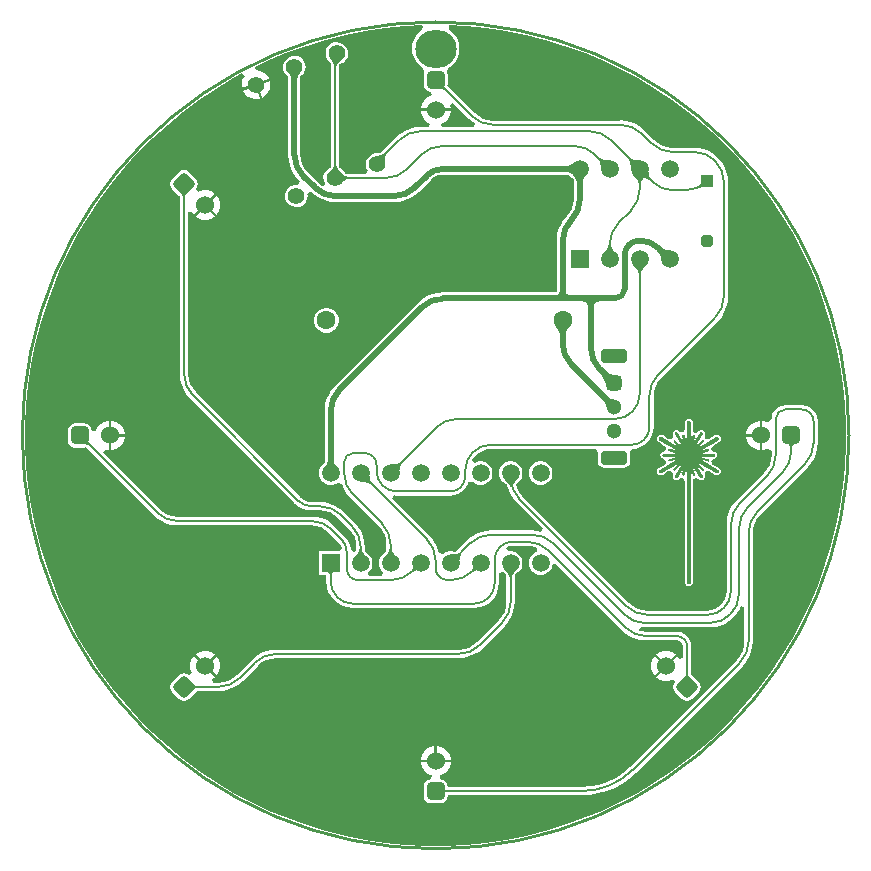
<source format=gbl>
G04*
G04 #@! TF.GenerationSoftware,Altium Limited,Altium Designer,25.1.2 (22)*
G04*
G04 Layer_Physical_Order=2*
G04 Layer_Color=3381759*
%FSLAX25Y25*%
%MOIN*%
G70*
G04*
G04 #@! TF.SameCoordinates,1F9D3A5C-45A7-463C-8666-355E490B88AF*
G04*
G04*
G04 #@! TF.FilePolarity,Positive*
G04*
G01*
G75*
%ADD10C,0.00787*%
%ADD11C,0.01000*%
%ADD13C,0.05512*%
G04:AMPARAMS|DCode=27|XSize=51.18mil|YSize=51.18mil|CornerRadius=12.8mil|HoleSize=0mil|Usage=FLASHONLY|Rotation=270.000|XOffset=0mil|YOffset=0mil|HoleType=Round|Shape=RoundedRectangle|*
%AMROUNDEDRECTD27*
21,1,0.05118,0.02559,0,0,270.0*
21,1,0.02559,0.05118,0,0,270.0*
1,1,0.02559,-0.01280,-0.01280*
1,1,0.02559,-0.01280,0.01280*
1,1,0.02559,0.01280,0.01280*
1,1,0.02559,0.01280,-0.01280*
%
%ADD27ROUNDEDRECTD27*%
%ADD28C,0.05118*%
G04:AMPARAMS|DCode=29|XSize=86.61mil|YSize=47.24mil|CornerRadius=11.81mil|HoleSize=0mil|Usage=FLASHONLY|Rotation=180.000|XOffset=0mil|YOffset=0mil|HoleType=Round|Shape=RoundedRectangle|*
%AMROUNDEDRECTD29*
21,1,0.08661,0.02362,0,0,180.0*
21,1,0.06299,0.04724,0,0,180.0*
1,1,0.02362,-0.03150,0.01181*
1,1,0.02362,0.03150,0.01181*
1,1,0.02362,0.03150,-0.01181*
1,1,0.02362,-0.03150,-0.01181*
%
%ADD29ROUNDEDRECTD29*%
%ADD30O,0.13780X0.12598*%
%ADD31C,0.06299*%
%ADD32C,0.05906*%
%ADD33R,0.05906X0.05906*%
G04:AMPARAMS|DCode=34|XSize=39.37mil|YSize=39.37mil|CornerRadius=9.84mil|HoleSize=0mil|Usage=FLASHONLY|Rotation=270.000|XOffset=0mil|YOffset=0mil|HoleType=Round|Shape=RoundedRectangle|*
%AMROUNDEDRECTD34*
21,1,0.03937,0.01968,0,0,270.0*
21,1,0.01968,0.03937,0,0,270.0*
1,1,0.01968,-0.00984,-0.00984*
1,1,0.01968,-0.00984,0.00984*
1,1,0.01968,0.00984,0.00984*
1,1,0.01968,0.00984,-0.00984*
%
%ADD34ROUNDEDRECTD34*%
%ADD35R,0.03937X0.03937*%
%ADD36C,0.06000*%
G04:AMPARAMS|DCode=37|XSize=60mil|YSize=60mil|CornerRadius=15mil|HoleSize=0mil|Usage=FLASHONLY|Rotation=0.000|XOffset=0mil|YOffset=0mil|HoleType=Round|Shape=RoundedRectangle|*
%AMROUNDEDRECTD37*
21,1,0.06000,0.03000,0,0,0.0*
21,1,0.03000,0.06000,0,0,0.0*
1,1,0.03000,0.01500,-0.01500*
1,1,0.03000,-0.01500,-0.01500*
1,1,0.03000,-0.01500,0.01500*
1,1,0.03000,0.01500,0.01500*
%
%ADD37ROUNDEDRECTD37*%
G04:AMPARAMS|DCode=38|XSize=60mil|YSize=60mil|CornerRadius=15mil|HoleSize=0mil|Usage=FLASHONLY|Rotation=315.000|XOffset=0mil|YOffset=0mil|HoleType=Round|Shape=RoundedRectangle|*
%AMROUNDEDRECTD38*
21,1,0.06000,0.03000,0,0,315.0*
21,1,0.03000,0.06000,0,0,315.0*
1,1,0.03000,0.00000,-0.02121*
1,1,0.03000,-0.02121,0.00000*
1,1,0.03000,0.00000,0.02121*
1,1,0.03000,0.02121,0.00000*
%
%ADD38ROUNDEDRECTD38*%
G04:AMPARAMS|DCode=39|XSize=60mil|YSize=60mil|CornerRadius=15mil|HoleSize=0mil|Usage=FLASHONLY|Rotation=270.000|XOffset=0mil|YOffset=0mil|HoleType=Round|Shape=RoundedRectangle|*
%AMROUNDEDRECTD39*
21,1,0.06000,0.03000,0,0,270.0*
21,1,0.03000,0.06000,0,0,270.0*
1,1,0.03000,-0.01500,-0.01500*
1,1,0.03000,-0.01500,0.01500*
1,1,0.03000,0.01500,0.01500*
1,1,0.03000,0.01500,-0.01500*
%
%ADD39ROUNDEDRECTD39*%
G04:AMPARAMS|DCode=40|XSize=60mil|YSize=60mil|CornerRadius=15mil|HoleSize=0mil|Usage=FLASHONLY|Rotation=225.000|XOffset=0mil|YOffset=0mil|HoleType=Round|Shape=RoundedRectangle|*
%AMROUNDEDRECTD40*
21,1,0.06000,0.03000,0,0,225.0*
21,1,0.03000,0.06000,0,0,225.0*
1,1,0.03000,-0.02121,0.00000*
1,1,0.03000,0.00000,0.02121*
1,1,0.03000,0.02121,0.00000*
1,1,0.03000,0.00000,-0.02121*
%
%ADD40ROUNDEDRECTD40*%
%ADD41C,0.01968*%
G36*
X106378Y262838D02*
X106064Y262624D01*
X105535Y262200D01*
X105320Y261989D01*
X105138Y261780D01*
X104989Y261571D01*
X104873Y261364D01*
X104791Y261157D01*
X104741Y260951D01*
X104724Y260747D01*
X103937Y260909D01*
X103924Y261065D01*
X103883Y261246D01*
X103816Y261453D01*
X103723Y261685D01*
X103602Y261943D01*
X103281Y262533D01*
X102852Y263225D01*
X102598Y263609D01*
X106378Y262838D01*
D02*
G37*
G36*
X92458Y258466D02*
X92297Y258269D01*
X92155Y258063D01*
X92033Y257850D01*
X91929Y257628D01*
X91844Y257398D01*
X91777Y257160D01*
X91730Y256913D01*
X91702Y256659D01*
X91693Y256396D01*
X89724D01*
X89715Y256659D01*
X89686Y256913D01*
X89639Y257160D01*
X89573Y257398D01*
X89488Y257628D01*
X89384Y257850D01*
X89261Y258063D01*
X89119Y258269D01*
X88959Y258466D01*
X88779Y258656D01*
X92637D01*
X92458Y258466D01*
D02*
G37*
G36*
X133505Y274353D02*
X133202Y272851D01*
X133139Y272818D01*
X132030Y271907D01*
X131120Y270798D01*
X130443Y269533D01*
X130027Y268160D01*
X129886Y266732D01*
X130027Y265304D01*
X130443Y263931D01*
X131120Y262666D01*
X132030Y261557D01*
X133139Y260647D01*
X133633Y260383D01*
X134007Y258922D01*
X133996Y258894D01*
X133952Y258829D01*
X133759Y257859D01*
Y254859D01*
X133952Y253890D01*
X134501Y253068D01*
X135323Y252519D01*
X136292Y252326D01*
X136302D01*
X136457Y251145D01*
X135875Y250989D01*
X134742Y250335D01*
X133817Y249410D01*
X133162Y248277D01*
X132824Y247013D01*
Y246753D01*
X137792D01*
X142761D01*
Y247013D01*
X142497Y247997D01*
X143501Y248664D01*
X148891Y243274D01*
X148885Y243268D01*
X150247Y242105D01*
X150811Y241759D01*
X150478Y240578D01*
X139977D01*
X139710Y241729D01*
X140843Y242384D01*
X141768Y243309D01*
X142422Y244442D01*
X142761Y245705D01*
Y245966D01*
X137792D01*
X132824D01*
Y245705D01*
X133162Y244442D01*
X133817Y243309D01*
X134742Y242384D01*
X135875Y241729D01*
X135608Y240578D01*
X132719D01*
Y240586D01*
X130934Y240446D01*
X129192Y240028D01*
X127538Y239342D01*
X126011Y238407D01*
X124649Y237244D01*
X124655Y237238D01*
X119304Y231887D01*
X119072Y231826D01*
X118511Y231925D01*
X117530Y231839D01*
X116605Y231502D01*
X115798Y230937D01*
X115165Y230183D01*
X114749Y229290D01*
X114578Y228320D01*
X114664Y227339D01*
X115001Y226414D01*
X115140Y226214D01*
X114526Y225033D01*
X107712D01*
X107626Y225092D01*
X107619Y225097D01*
X107520Y225370D01*
X106955Y226177D01*
X106201Y226810D01*
X105818Y226988D01*
X105787Y227030D01*
X105736Y227111D01*
Y261482D01*
X106623Y261805D01*
X107430Y262370D01*
X108063Y263124D01*
X108479Y264017D01*
X108650Y264987D01*
X108564Y265968D01*
X108228Y266893D01*
X107663Y267700D01*
X106908Y268333D01*
X106016Y268749D01*
X105046Y268920D01*
X104065Y268834D01*
X103140Y268498D01*
X102333Y267933D01*
X101700Y267178D01*
X101284Y266286D01*
X101113Y265316D01*
X101198Y264335D01*
X101535Y263409D01*
X102100Y262603D01*
X102855Y261970D01*
X102861Y261967D01*
X102926Y261848D01*
Y227213D01*
X102867Y227133D01*
X102432Y226974D01*
X101625Y226409D01*
X100992Y225655D01*
X100576Y224763D01*
X100405Y223793D01*
X100491Y222812D01*
X100827Y221886D01*
X100934Y221734D01*
X100128Y220825D01*
X100080Y220851D01*
X98936Y221790D01*
X98884Y221868D01*
X95056Y225695D01*
X94979Y225747D01*
X94040Y226891D01*
X93299Y228278D01*
X92842Y229783D01*
X92697Y231256D01*
X92715Y231347D01*
Y257463D01*
X93257Y257842D01*
X93890Y258597D01*
X94306Y259489D01*
X94477Y260459D01*
X94391Y261440D01*
X94054Y262366D01*
X93490Y263173D01*
X92735Y263806D01*
X91843Y264222D01*
X90873Y264393D01*
X89892Y264307D01*
X88966Y263970D01*
X88160Y263405D01*
X87527Y262651D01*
X87110Y261758D01*
X86939Y260788D01*
X87025Y259807D01*
X87362Y258882D01*
X87927Y258075D01*
X88681Y257442D01*
X88701Y257433D01*
Y231347D01*
X88704Y231334D01*
X88851Y229469D01*
X89290Y227637D01*
X90011Y225897D01*
X90996Y224291D01*
X92211Y222868D01*
X92218Y222857D01*
X92564Y222511D01*
X91992Y221412D01*
X91543Y221491D01*
X90562Y221406D01*
X89636Y221069D01*
X88830Y220504D01*
X88197Y219749D01*
X87780Y218857D01*
X87609Y217887D01*
X87695Y216906D01*
X88032Y215981D01*
X88597Y215174D01*
X89351Y214541D01*
X90244Y214125D01*
X91214Y213954D01*
X92195Y214040D01*
X93120Y214376D01*
X93927Y214941D01*
X94560Y215696D01*
X94976Y216588D01*
X95147Y217558D01*
X95080Y218324D01*
X95728Y218820D01*
X96170Y218925D01*
X97479Y217807D01*
X99085Y216823D01*
X100826Y216102D01*
X102658Y215662D01*
X104523Y215515D01*
X104536Y215513D01*
X123811D01*
X123824Y215515D01*
X125689Y215662D01*
X127521Y216102D01*
X129261Y216823D01*
X130867Y217807D01*
X132290Y219022D01*
X132301Y219029D01*
X136262Y222990D01*
X136324Y223083D01*
X137387Y223899D01*
X138727Y224454D01*
X140056Y224629D01*
X140165Y224607D01*
X182400D01*
X182637Y224197D01*
X183370Y223464D01*
X183780Y223227D01*
Y216204D01*
X183796Y216124D01*
X183664Y214781D01*
X183249Y213414D01*
X182575Y212153D01*
X181719Y211110D01*
X181652Y211065D01*
X181628Y211041D01*
X181621Y211030D01*
X180405Y209607D01*
X179421Y208001D01*
X178700Y206261D01*
X178260Y204429D01*
X178113Y202551D01*
X178111D01*
X178169Y202260D01*
X178111Y201969D01*
Y185472D01*
X140363D01*
X140350Y185469D01*
X138485Y185322D01*
X136653Y184882D01*
X134912Y184162D01*
X133306Y183177D01*
X131883Y181962D01*
X131872Y181955D01*
X104305Y154387D01*
X104298Y154376D01*
X103083Y152954D01*
X102098Y151348D01*
X101377Y149607D01*
X100938Y147775D01*
X100791Y145910D01*
X100788Y145897D01*
Y128623D01*
X100378Y128387D01*
X99645Y127654D01*
X99127Y126756D01*
X98858Y125754D01*
Y124718D01*
X99127Y123717D01*
X99645Y122819D01*
X100378Y122086D01*
X101276Y121567D01*
X102277Y121299D01*
X103314D01*
X104315Y121567D01*
X105128Y122037D01*
X105277Y122064D01*
X106429Y121678D01*
X107114Y120024D01*
X108050Y118497D01*
X109213Y117135D01*
X109219Y117141D01*
X118873Y107487D01*
X118926Y107451D01*
X119957Y106194D01*
X120753Y104705D01*
X121243Y103089D01*
X121403Y101471D01*
X121390Y101409D01*
Y99079D01*
X121284Y98925D01*
X121262Y98897D01*
X120378Y98387D01*
X119645Y97654D01*
X119127Y96756D01*
X118858Y95754D01*
Y94718D01*
X119127Y93717D01*
X119645Y92819D01*
X120311Y92153D01*
X120286Y91850D01*
X119945Y90972D01*
X115645D01*
X115304Y91850D01*
X115280Y92153D01*
X115946Y92819D01*
X116464Y93717D01*
X116732Y94718D01*
Y95754D01*
X116464Y96756D01*
X115946Y97654D01*
X115213Y98387D01*
X114328Y98897D01*
X114307Y98925D01*
X114200Y99079D01*
Y100582D01*
X114208D01*
X114068Y102368D01*
X113650Y104109D01*
X112964Y105764D01*
X112029Y107291D01*
X110866Y108653D01*
X110860Y108647D01*
X107269Y112238D01*
X107275Y112243D01*
X105913Y113407D01*
X104386Y114342D01*
X102731Y115028D01*
X100990Y115446D01*
X99204Y115586D01*
Y115578D01*
X96457D01*
X96400Y115567D01*
X95192Y115726D01*
X94013Y116214D01*
X93047Y116956D01*
X93014Y117004D01*
X57865Y152154D01*
X57812Y152189D01*
X56780Y153446D01*
X55984Y154935D01*
X55494Y156551D01*
X55335Y158169D01*
X55347Y158231D01*
Y212144D01*
X56528Y212382D01*
X57038Y211500D01*
X57222Y211316D01*
X60735Y214829D01*
X64248Y218343D01*
X64064Y218527D01*
X62931Y219181D01*
X61668Y219520D01*
X60359D01*
X59096Y219181D01*
X58574Y218880D01*
X57848Y219825D01*
X57855Y219831D01*
X58404Y220653D01*
X58597Y221622D01*
X58404Y222591D01*
X57855Y223413D01*
X55733Y225535D01*
X54912Y226084D01*
X53942Y226276D01*
X52973Y226084D01*
X52151Y225535D01*
X50030Y223413D01*
X49481Y222591D01*
X49288Y221622D01*
X49481Y220653D01*
X50030Y219831D01*
X52151Y217710D01*
X52537Y217452D01*
Y158231D01*
X52529D01*
X52670Y156446D01*
X53088Y154704D01*
X53773Y153050D01*
X54709Y151523D01*
X55872Y150161D01*
X55878Y150167D01*
X91027Y115017D01*
X91020Y115010D01*
X92185Y114054D01*
X93515Y113344D01*
X94957Y112906D01*
X96457Y112758D01*
Y112768D01*
X99204D01*
X99266Y112781D01*
X100885Y112621D01*
X102501Y112131D01*
X103990Y111335D01*
X105247Y110303D01*
X105282Y110251D01*
X108873Y106660D01*
X108926Y106625D01*
X109957Y105368D01*
X110753Y103878D01*
X111243Y102263D01*
X111403Y100644D01*
X111390Y100582D01*
Y99557D01*
X111175Y99299D01*
X110643Y98979D01*
X109548Y99570D01*
X109479Y100272D01*
X109026Y101765D01*
X108291Y103142D01*
X107301Y104348D01*
X107293Y104340D01*
X104316Y107317D01*
X104322Y107322D01*
X102960Y108485D01*
X101433Y109421D01*
X99778Y110107D01*
X98037Y110525D01*
X96252Y110665D01*
Y110657D01*
X51867D01*
X51805Y110645D01*
X50187Y110804D01*
X48571Y111294D01*
X47082Y112090D01*
X45825Y113122D01*
X45790Y113174D01*
X26901Y132064D01*
X27567Y133067D01*
X28551Y132804D01*
X28811D01*
Y137772D01*
Y142741D01*
X28551D01*
X27287Y142402D01*
X26154Y141748D01*
X25229Y140823D01*
X24575Y139690D01*
X24419Y139107D01*
X23238Y139263D01*
Y139272D01*
X23045Y140241D01*
X22496Y141063D01*
X21674Y141612D01*
X20705Y141805D01*
X17705D01*
X16736Y141612D01*
X15914Y141063D01*
X15365Y140241D01*
X15172Y139272D01*
Y136272D01*
X15365Y135303D01*
X15914Y134481D01*
X16736Y133932D01*
X17705Y133739D01*
X20705D01*
X21161Y133830D01*
X43803Y111187D01*
X43797Y111182D01*
X45159Y110019D01*
X46686Y109083D01*
X48341Y108397D01*
X50082Y107979D01*
X51867Y107839D01*
Y107847D01*
X96252D01*
X96314Y107859D01*
X97932Y107700D01*
X99548Y107210D01*
X101037Y106414D01*
X102294Y105382D01*
X102329Y105330D01*
X105306Y102353D01*
X105360Y102317D01*
X106141Y101299D01*
X106532Y100354D01*
X106241Y99714D01*
X105581Y99173D01*
X98858D01*
Y91299D01*
X101390D01*
Y89134D01*
X101375D01*
X101545Y87405D01*
X102049Y85743D01*
X102868Y84211D01*
X103970Y82868D01*
X105313Y81766D01*
X106845Y80947D01*
X108507Y80443D01*
X110236Y80272D01*
Y80288D01*
X150591D01*
Y80275D01*
X152211Y80435D01*
X153770Y80907D01*
X155206Y81675D01*
X156465Y82708D01*
X157498Y83967D01*
X158266Y85403D01*
X158739Y86962D01*
X158898Y88583D01*
X158885D01*
Y91908D01*
X160066Y92397D01*
X160378Y92086D01*
X161262Y91575D01*
X161284Y91548D01*
X161390Y91394D01*
Y82292D01*
X161403Y82230D01*
X161243Y80611D01*
X160753Y78996D01*
X159957Y77506D01*
X158926Y76249D01*
X158873Y76214D01*
X151542Y68883D01*
X151507Y68830D01*
X150250Y67799D01*
X148760Y67003D01*
X147145Y66513D01*
X145526Y66353D01*
X145464Y66366D01*
X84651D01*
Y66374D01*
X82865Y66233D01*
X81124Y65815D01*
X79469Y65130D01*
X77942Y64194D01*
X76580Y63031D01*
X76586Y63025D01*
X71432Y57871D01*
X71397Y57818D01*
X70140Y56787D01*
X68651Y55991D01*
X67035Y55501D01*
X65416Y55341D01*
X65354Y55353D01*
X63420D01*
X63182Y56535D01*
X64064Y57044D01*
X64248Y57228D01*
X60735Y60741D01*
X57222Y64254D01*
X57038Y64070D01*
X56384Y62937D01*
X56045Y61674D01*
Y60365D01*
X56384Y59102D01*
X56685Y58580D01*
X55740Y57854D01*
X55733Y57861D01*
X54912Y58410D01*
X53942Y58603D01*
X52973Y58410D01*
X52151Y57861D01*
X50030Y55739D01*
X49481Y54918D01*
X49288Y53948D01*
X49481Y52979D01*
X50030Y52157D01*
X52151Y50036D01*
X52973Y49487D01*
X53942Y49294D01*
X54912Y49487D01*
X55733Y50036D01*
X57855Y52157D01*
X58113Y52544D01*
X65354D01*
Y52535D01*
X67140Y52676D01*
X68881Y53094D01*
X70536Y53779D01*
X72063Y54715D01*
X73425Y55878D01*
X73419Y55884D01*
X78573Y61038D01*
X78608Y61091D01*
X79865Y62122D01*
X81354Y62919D01*
X82970Y63409D01*
X84588Y63568D01*
X84651Y63556D01*
X145464D01*
Y63547D01*
X147250Y63688D01*
X148991Y64106D01*
X150646Y64792D01*
X152173Y65727D01*
X153534Y66890D01*
X153529Y66896D01*
X160860Y74227D01*
X160866Y74221D01*
X162029Y75583D01*
X162964Y77110D01*
X163650Y78765D01*
X164068Y80506D01*
X164208Y82292D01*
X164200D01*
Y91394D01*
X164307Y91548D01*
X164328Y91575D01*
X165213Y92086D01*
X165946Y92819D01*
X166464Y93717D01*
X166732Y94718D01*
Y95754D01*
X166464Y96756D01*
X165946Y97654D01*
X165213Y98387D01*
X164315Y98905D01*
X163314Y99173D01*
X162277D01*
X162187Y99149D01*
X161091Y100078D01*
X161119Y100362D01*
X161128Y100368D01*
X162217Y100819D01*
X163338Y100967D01*
X163386Y100957D01*
X168322D01*
X168384Y100970D01*
X170002Y100810D01*
X171618Y100320D01*
X171744Y100253D01*
X171598Y98991D01*
X171276Y98905D01*
X170378Y98387D01*
X169645Y97654D01*
X169127Y96756D01*
X168858Y95754D01*
Y94718D01*
X169127Y93717D01*
X169645Y92819D01*
X170378Y92086D01*
X171276Y91567D01*
X172277Y91299D01*
X173314D01*
X174315Y91567D01*
X175213Y92086D01*
X175946Y92819D01*
X176464Y93717D01*
X176673Y94496D01*
X177332Y94824D01*
X177913Y94926D01*
X200038Y72802D01*
X200032Y72796D01*
X201394Y71633D01*
X202921Y70697D01*
X204575Y70012D01*
X206317Y69594D01*
X208102Y69453D01*
Y69461D01*
X218245D01*
X218283Y69469D01*
X219003Y69326D01*
X219646Y68896D01*
X220075Y68253D01*
X220219Y67533D01*
X220211Y67496D01*
Y63427D01*
X219030Y63188D01*
X218521Y64070D01*
X218337Y64254D01*
X214823Y60741D01*
X211310Y57228D01*
X211494Y57044D01*
X212627Y56390D01*
X213891Y56051D01*
X215199D01*
X216463Y56390D01*
X216985Y56691D01*
X217710Y55746D01*
X217704Y55739D01*
X217155Y54918D01*
X216962Y53948D01*
X217155Y52979D01*
X217704Y52157D01*
X219825Y50036D01*
X220647Y49487D01*
X221616Y49294D01*
X222585Y49487D01*
X223407Y50036D01*
X225528Y52157D01*
X226077Y52979D01*
X226270Y53948D01*
X226077Y54918D01*
X225528Y55739D01*
X223407Y57861D01*
X223021Y58119D01*
Y67496D01*
X223035D01*
X222872Y68735D01*
X222393Y69890D01*
X221632Y70882D01*
X220640Y71643D01*
X219485Y72122D01*
X218245Y72285D01*
Y72271D01*
X208102D01*
X208040Y72259D01*
X206422Y72418D01*
X205705Y72636D01*
X205630Y72777D01*
X205678Y72979D01*
X206377Y73887D01*
X207685Y73784D01*
Y73792D01*
X228976D01*
Y73784D01*
X230762Y73924D01*
X232503Y74342D01*
X234158Y75028D01*
X235685Y75963D01*
X237047Y77126D01*
X238210Y78488D01*
X239146Y80015D01*
X239540Y80967D01*
X240721Y80733D01*
Y69103D01*
X240733Y69041D01*
X240574Y67422D01*
X240084Y65807D01*
X239288Y64317D01*
X238256Y63060D01*
X238204Y63025D01*
X202514Y27335D01*
X202457Y27251D01*
X200273Y25336D01*
X197776Y23667D01*
X195081Y22338D01*
X192237Y21373D01*
X189290Y20786D01*
X186392Y20596D01*
X186293Y20616D01*
X141825D01*
Y20711D01*
X141632Y21681D01*
X141083Y22502D01*
X140262Y23051D01*
X139292Y23244D01*
X139283D01*
X139128Y24425D01*
X139710Y24581D01*
X140843Y25236D01*
X141768Y26160D01*
X142422Y27294D01*
X142761Y28557D01*
Y28817D01*
X137792D01*
X132824D01*
Y28557D01*
X133162Y27294D01*
X133817Y26160D01*
X134742Y25236D01*
X135875Y24581D01*
X136457Y24425D01*
X136302Y23244D01*
X136292D01*
X135323Y23051D01*
X134501Y22502D01*
X133952Y21681D01*
X133759Y20711D01*
Y17711D01*
X133952Y16742D01*
X134501Y15920D01*
X135323Y15371D01*
X136292Y15178D01*
X139292D01*
X140262Y15371D01*
X141083Y15920D01*
X141632Y16742D01*
X141825Y17711D01*
Y17806D01*
X185112D01*
X186293Y17793D01*
X186293Y17793D01*
X187452Y17858D01*
X189177Y17955D01*
X192026Y18439D01*
X194802Y19239D01*
X197471Y20344D01*
X200000Y21742D01*
X202356Y23414D01*
X204510Y25339D01*
X204501Y25348D01*
X240191Y61038D01*
X240196Y61032D01*
X241359Y62394D01*
X242295Y63921D01*
X242981Y65576D01*
X243399Y67317D01*
X243539Y69103D01*
X243531D01*
Y105307D01*
X243519Y105369D01*
X243678Y106987D01*
X244168Y108603D01*
X244964Y110092D01*
X245996Y111349D01*
X246048Y111384D01*
X261844Y127180D01*
X261850Y127174D01*
X263013Y128536D01*
X263949Y130063D01*
X264634Y131718D01*
X265052Y133459D01*
X265193Y135245D01*
X265184D01*
Y142520D01*
X265203D01*
X265021Y143907D01*
X264485Y145200D01*
X263633Y146310D01*
X262523Y147162D01*
X261230Y147698D01*
X259842Y147880D01*
Y147862D01*
X254331D01*
Y147874D01*
X253149Y147718D01*
X252047Y147262D01*
X251102Y146536D01*
X250376Y145590D01*
X249920Y144489D01*
X249764Y143307D01*
X248994Y142445D01*
X248595Y142215D01*
X248271Y142402D01*
X247007Y142741D01*
X246747D01*
Y137772D01*
Y132804D01*
X247007D01*
X248271Y133142D01*
X248595Y133329D01*
X249776Y132647D01*
Y131307D01*
X249788Y131245D01*
X249629Y129627D01*
X249139Y128011D01*
X248343Y126522D01*
X247311Y125265D01*
X247259Y125230D01*
X238156Y116127D01*
X238150Y116133D01*
X236987Y114771D01*
X236051Y113244D01*
X235366Y111589D01*
X234948Y109848D01*
X234807Y108063D01*
X234816D01*
Y85827D01*
X234821Y85799D01*
X234699Y84563D01*
X234331Y83348D01*
X233732Y82228D01*
X232927Y81247D01*
X231945Y80441D01*
X230825Y79843D01*
X229610Y79474D01*
X228374Y79352D01*
X228346Y79358D01*
X208473D01*
X208411Y79345D01*
X206792Y79505D01*
X205177Y79995D01*
X203687Y80791D01*
X202430Y81823D01*
X202395Y81875D01*
X166718Y117553D01*
X166665Y117588D01*
X165633Y118845D01*
X164837Y120334D01*
X164466Y121558D01*
X164525Y121668D01*
X164548Y121702D01*
X165213Y122086D01*
X165946Y122819D01*
X166464Y123717D01*
X166732Y124718D01*
Y125754D01*
X166464Y126756D01*
X165946Y127654D01*
X165213Y128387D01*
X164315Y128905D01*
X163314Y129173D01*
X162277D01*
X161276Y128905D01*
X160378Y128387D01*
X159645Y127654D01*
X159127Y126756D01*
X158858Y125754D01*
Y124718D01*
X159127Y123717D01*
X159645Y122819D01*
X160378Y122086D01*
X161276Y121567D01*
X161440Y121524D01*
X161515Y121442D01*
X161662Y121265D01*
X161941Y120104D01*
X162626Y118449D01*
X163562Y116922D01*
X164725Y115560D01*
X164731Y115566D01*
X173535Y106761D01*
X172936Y105691D01*
X171659Y105997D01*
X169874Y106138D01*
Y106129D01*
X156426D01*
Y106138D01*
X154640Y105997D01*
X152899Y105579D01*
X151244Y104894D01*
X149717Y103958D01*
X148355Y102795D01*
X148361Y102789D01*
X144519Y98947D01*
X144335Y98913D01*
X144300Y98909D01*
X143314Y99173D01*
X142277D01*
X141276Y98905D01*
X140378Y98387D01*
X140203Y98211D01*
X138900Y98579D01*
X138650Y99621D01*
X137964Y101276D01*
X137029Y102803D01*
X135866Y104164D01*
X135860Y104159D01*
X123386Y116633D01*
X123922Y117767D01*
X124831Y117677D01*
Y117690D01*
X142717D01*
Y117686D01*
X143951Y117808D01*
X145139Y118168D01*
X146233Y118753D01*
X147192Y119540D01*
X147979Y120499D01*
X148564Y121593D01*
X148732Y122144D01*
X148760Y122165D01*
X150048Y122416D01*
X150378Y122086D01*
X151276Y121567D01*
X152277Y121299D01*
X153314D01*
X154315Y121567D01*
X155213Y122086D01*
X155946Y122819D01*
X156464Y123717D01*
X156732Y124718D01*
Y125754D01*
X156464Y126756D01*
X155946Y127654D01*
X155213Y128387D01*
X154315Y128905D01*
X153314Y129173D01*
X152277D01*
X151276Y128905D01*
X150791Y128625D01*
X149908Y129479D01*
X150232Y130086D01*
X151118Y131165D01*
X152198Y132051D01*
X153430Y132710D01*
X154766Y133115D01*
X156118Y133248D01*
X156157Y133241D01*
X191235D01*
X191512Y132937D01*
X191999Y132060D01*
X191887Y131496D01*
Y129134D01*
X192055Y128289D01*
X192533Y127573D01*
X193250Y127094D01*
X194095Y126926D01*
X200394D01*
X201239Y127094D01*
X201955Y127573D01*
X202433Y128289D01*
X202602Y129134D01*
Y131496D01*
X202489Y132060D01*
X202979Y132942D01*
X203252Y133242D01*
X204577Y133373D01*
X205950Y133790D01*
X207216Y134466D01*
X208325Y135376D01*
X209235Y136485D01*
X209911Y137750D01*
X210328Y139123D01*
X210468Y140551D01*
X210460D01*
Y150976D01*
X210448Y151038D01*
X210607Y152656D01*
X211097Y154272D01*
X211893Y155761D01*
X212925Y157018D01*
X212978Y157054D01*
X231923Y175999D01*
X231929Y175993D01*
X233092Y177355D01*
X234027Y178882D01*
X234713Y180537D01*
X235131Y182278D01*
X235271Y184063D01*
X235263D01*
Y222284D01*
X235271D01*
X235131Y224069D01*
X234713Y225810D01*
X234027Y227465D01*
X233092Y228992D01*
X231929Y230354D01*
X230567Y231517D01*
X229040Y232453D01*
X227385Y233138D01*
X225644Y233556D01*
X223858Y233697D01*
Y233688D01*
X216741D01*
X216678Y233676D01*
X215060Y233835D01*
X213444Y234326D01*
X211955Y235122D01*
X210698Y236153D01*
X210663Y236206D01*
X207466Y239403D01*
X207471Y239409D01*
X206110Y240572D01*
X204583Y241508D01*
X202928Y242193D01*
X201187Y242611D01*
X199401Y242752D01*
Y242743D01*
X156955D01*
X156893Y242731D01*
X155275Y242891D01*
X153659Y243381D01*
X152170Y244177D01*
X150913Y245208D01*
X150878Y245261D01*
X141735Y254404D01*
X141825Y254859D01*
Y257859D01*
X141632Y258829D01*
X141591Y258891D01*
X141579Y258923D01*
X141954Y260381D01*
X142452Y260647D01*
X143561Y261557D01*
X144471Y262666D01*
X145147Y263931D01*
X145564Y265304D01*
X145704Y266732D01*
X145564Y268160D01*
X145147Y269533D01*
X144471Y270798D01*
X143561Y271907D01*
X142452Y272818D01*
X142389Y272851D01*
X142085Y274353D01*
X142232Y274534D01*
X147861Y274257D01*
X154545Y273599D01*
X161188Y272614D01*
X167775Y271304D01*
X174291Y269672D01*
X180717Y267722D01*
X187041Y265459D01*
X193246Y262889D01*
X199317Y260018D01*
X205240Y256852D01*
X211001Y253399D01*
X216585Y249668D01*
X221979Y245667D01*
X227171Y241406D01*
X232147Y236896D01*
X236896Y232147D01*
X241406Y227171D01*
X245667Y221979D01*
X249668Y216585D01*
X253399Y211001D01*
X256852Y205240D01*
X260018Y199317D01*
X262889Y193246D01*
X265459Y187041D01*
X267722Y180717D01*
X269672Y174291D01*
X271304Y167775D01*
X272614Y161188D01*
X273599Y154545D01*
X274257Y147861D01*
X274587Y141153D01*
Y137795D01*
Y134437D01*
X274257Y127729D01*
X273599Y121045D01*
X272614Y114402D01*
X271304Y107815D01*
X269672Y101300D01*
X267722Y94873D01*
X265459Y88550D01*
X262889Y82345D01*
X260018Y76274D01*
X256852Y70351D01*
X253399Y64590D01*
X249668Y59006D01*
X245667Y53611D01*
X241406Y48420D01*
X236896Y43443D01*
X232147Y38695D01*
X227171Y34184D01*
X221979Y29923D01*
X216585Y25923D01*
X211001Y22192D01*
X205240Y18739D01*
X199317Y15573D01*
X193246Y12701D01*
X187041Y10131D01*
X180717Y7869D01*
X174291Y5919D01*
X167775Y4287D01*
X161188Y2977D01*
X154545Y1991D01*
X147861Y1333D01*
X141153Y1003D01*
X134437D01*
X127729Y1333D01*
X121045Y1991D01*
X114402Y2977D01*
X107815Y4287D01*
X101300Y5919D01*
X94873Y7869D01*
X88550Y10131D01*
X82345Y12701D01*
X76274Y15573D01*
X70351Y18739D01*
X64590Y22191D01*
X59006Y25923D01*
X53611Y29923D01*
X48420Y34184D01*
X43443Y38694D01*
X38695Y43443D01*
X34184Y48420D01*
X29923Y53611D01*
X25923Y59006D01*
X22192Y64590D01*
X18739Y70350D01*
X15573Y76274D01*
X12701Y82345D01*
X10131Y88550D01*
X7869Y94873D01*
X5919Y101300D01*
X4287Y107815D01*
X2977Y114402D01*
X1991Y121045D01*
X1333Y127729D01*
X1003Y134437D01*
Y137795D01*
Y141153D01*
X1333Y147861D01*
X1991Y154545D01*
X2977Y161188D01*
X4287Y167775D01*
X5919Y174291D01*
X7869Y180717D01*
X10131Y187041D01*
X12701Y193246D01*
X15573Y199317D01*
X18739Y205240D01*
X22191Y211001D01*
X25923Y216585D01*
X29923Y221979D01*
X34184Y227171D01*
X38694Y232147D01*
X43443Y236896D01*
X48420Y241406D01*
X53611Y245667D01*
X59006Y249668D01*
X64590Y253399D01*
X70350Y256852D01*
X73331Y258445D01*
X74089Y257511D01*
X73894Y257279D01*
X73368Y256151D01*
X73152Y254926D01*
X73261Y253687D01*
X73339Y253472D01*
X77778Y255088D01*
X82218Y256704D01*
X82140Y256919D01*
X81426Y257938D01*
X80473Y258737D01*
X79346Y259263D01*
X78121Y259479D01*
X77846Y259455D01*
X77532Y260613D01*
X82345Y262889D01*
X88550Y265459D01*
X94873Y267722D01*
X101300Y269672D01*
X107815Y271304D01*
X114402Y272614D01*
X121045Y273599D01*
X127729Y274257D01*
X133359Y274534D01*
X133505Y274353D01*
D02*
G37*
G36*
X140688Y254465D02*
X140662Y254398D01*
X140655Y254323D01*
X140667Y254239D01*
X140698Y254147D01*
X140749Y254047D01*
X140819Y253939D01*
X140907Y253823D01*
X141015Y253699D01*
X141143Y253566D01*
X140586Y253009D01*
X139628Y253419D01*
X140733Y254524D01*
X140688Y254465D01*
D02*
G37*
G36*
X121346Y231385D02*
X121213Y231229D01*
X121103Y231048D01*
X121015Y230844D01*
X120950Y230615D01*
X120908Y230363D01*
X120889Y230086D01*
X120893Y229785D01*
X120919Y229461D01*
X120968Y229112D01*
X121040Y228739D01*
X117817Y230860D01*
X118269Y230953D01*
X119706Y231332D01*
X119974Y231429D01*
X120204Y231527D01*
X120397Y231626D01*
X120554Y231726D01*
X120673Y231826D01*
X121346Y231385D01*
D02*
G37*
G36*
X202895Y230087D02*
X203079Y229974D01*
X203297Y229874D01*
X203548Y229789D01*
X203833Y229717D01*
X204151Y229659D01*
X204503Y229615D01*
X205306Y229569D01*
X205758Y229567D01*
X202835Y226644D01*
X202833Y227096D01*
X202786Y227899D01*
X202742Y228251D01*
X202685Y228569D01*
X202613Y228853D01*
X202527Y229105D01*
X202428Y229322D01*
X202314Y229507D01*
X202187Y229658D01*
X202744Y230215D01*
X202895Y230087D01*
D02*
G37*
G36*
X192895D02*
X193079Y229974D01*
X193297Y229874D01*
X193548Y229789D01*
X193833Y229717D01*
X194151Y229659D01*
X194503Y229615D01*
X195306Y229569D01*
X195758Y229567D01*
X192835Y226644D01*
X192833Y227096D01*
X192786Y227899D01*
X192742Y228251D01*
X192685Y228569D01*
X192613Y228853D01*
X192527Y229105D01*
X192428Y229322D01*
X192314Y229507D01*
X192187Y229658D01*
X192744Y230215D01*
X192895Y230087D01*
D02*
G37*
G36*
X183679Y224547D02*
X183463Y224753D01*
X183241Y224937D01*
X183013Y225099D01*
X182778Y225240D01*
X182536Y225359D01*
X182289Y225457D01*
X182034Y225533D01*
X181773Y225587D01*
X181506Y225619D01*
X181232Y225630D01*
Y227598D01*
X181506Y227609D01*
X181773Y227642D01*
X182034Y227696D01*
X182289Y227772D01*
X182536Y227869D01*
X182778Y227988D01*
X183013Y228129D01*
X183241Y228291D01*
X183463Y228475D01*
X183679Y228681D01*
Y224547D01*
D02*
G37*
G36*
X208742Y226133D02*
X208788Y225329D01*
X208832Y224978D01*
X208890Y224660D01*
X208962Y224375D01*
X209048Y224124D01*
X209147Y223906D01*
X209261Y223722D01*
X209388Y223571D01*
X208831Y223014D01*
X208680Y223141D01*
X208496Y223254D01*
X208278Y223354D01*
X208027Y223440D01*
X207742Y223511D01*
X207424Y223569D01*
X207072Y223613D01*
X207030Y223616D01*
X207001Y223584D01*
X206784Y223304D01*
X206599Y223038D01*
X206449Y222786D01*
X206332Y222548D01*
X206248Y222323D01*
X206198Y222113D01*
X206181Y221916D01*
X205394D01*
X205377Y222113D01*
X205327Y222323D01*
X205243Y222548D01*
X205126Y222786D01*
X204975Y223038D01*
X204791Y223304D01*
X204574Y223584D01*
X204038Y224184D01*
X203720Y224505D01*
X206661D01*
X208740Y226585D01*
X208742Y226133D01*
D02*
G37*
G36*
X187649Y224290D02*
X187465Y224068D01*
X187302Y223840D01*
X187161Y223605D01*
X187042Y223363D01*
X186945Y223115D01*
X186869Y222861D01*
X186815Y222600D01*
X186783Y222333D01*
X186772Y222059D01*
X184803D01*
X184792Y222333D01*
X184760Y222600D01*
X184706Y222861D01*
X184630Y223115D01*
X184532Y223363D01*
X184413Y223605D01*
X184273Y223840D01*
X184110Y224068D01*
X183926Y224290D01*
X183721Y224505D01*
X187854D01*
X187649Y224290D01*
D02*
G37*
G36*
X104724Y227982D02*
X104739Y227801D01*
X104784Y227605D01*
X104858Y227394D01*
X104962Y227167D01*
X105096Y226925D01*
X105260Y226667D01*
X105676Y226106D01*
X105929Y225802D01*
X106177Y225522D01*
X106437Y225266D01*
X106991Y224774D01*
X107250Y224575D01*
X107498Y224406D01*
X107733Y224268D01*
X107956Y224160D01*
X108168Y224083D01*
X108367Y224037D01*
X108555Y224022D01*
Y223234D01*
X108367Y223219D01*
X108168Y223173D01*
X107956Y223096D01*
X107733Y222989D01*
X107498Y222850D01*
X107250Y222682D01*
X106991Y222482D01*
X106437Y221991D01*
X106142Y221699D01*
Y225487D01*
X102360Y225703D01*
X102659Y225974D01*
X103164Y226491D01*
X103369Y226737D01*
X103543Y226974D01*
X103685Y227202D01*
X103795Y227421D01*
X103874Y227632D01*
X103921Y227834D01*
X103937Y228027D01*
X104724Y227982D01*
D02*
G37*
G36*
X227341Y220654D02*
X227284Y220706D01*
X227207Y220737D01*
X227111Y220748D01*
X226993Y220739D01*
X226856Y220709D01*
X226698Y220659D01*
X226520Y220588D01*
X226322Y220497D01*
X225865Y220254D01*
X225716Y221067D01*
X225889Y221170D01*
X226166Y221364D01*
X226269Y221455D01*
X226349Y221542D01*
X226406Y221624D01*
X226440Y221702D01*
X226450Y221777D01*
X226438Y221846D01*
X226402Y221912D01*
X227341Y220654D01*
D02*
G37*
G36*
X54336Y217278D02*
X53549D01*
X53161Y218245D01*
X54724D01*
X54336Y217278D01*
D02*
G37*
G36*
X196198Y201115D02*
X196248Y200905D01*
X196332Y200680D01*
X196449Y200442D01*
X196599Y200190D01*
X196783Y199924D01*
X197001Y199645D01*
X197536Y199044D01*
X197854Y198723D01*
X193720D01*
X194038Y199044D01*
X194574Y199645D01*
X194791Y199924D01*
X194975Y200190D01*
X195126Y200442D01*
X195243Y200680D01*
X195327Y200905D01*
X195377Y201115D01*
X195394Y201312D01*
X196181D01*
X196198Y201115D01*
D02*
G37*
G36*
X213463Y200345D02*
X213675Y200179D01*
X213898Y200033D01*
X214132Y199907D01*
X214376Y199800D01*
X214631Y199714D01*
X214896Y199647D01*
X215173Y199601D01*
X215460Y199574D01*
X215758Y199567D01*
X212835Y196644D01*
X212828Y196941D01*
X212801Y197229D01*
X212754Y197505D01*
X212688Y197771D01*
X212601Y198026D01*
X212495Y198270D01*
X212368Y198503D01*
X212222Y198726D01*
X212056Y198938D01*
X211870Y199139D01*
X213262Y200531D01*
X213463Y200345D01*
D02*
G37*
G36*
X207536Y194184D02*
X207001Y193584D01*
X206784Y193304D01*
X206599Y193038D01*
X206449Y192786D01*
X206332Y192548D01*
X206248Y192324D01*
X206198Y192113D01*
X206181Y191916D01*
X205394D01*
X205377Y192113D01*
X205327Y192324D01*
X205243Y192548D01*
X205126Y192786D01*
X204975Y193038D01*
X204791Y193304D01*
X204574Y193584D01*
X204038Y194184D01*
X203720Y194506D01*
X207854D01*
X207536Y194184D01*
D02*
G37*
G36*
X181122Y186043D02*
X181181Y185709D01*
X181280Y185413D01*
X181417Y185158D01*
X181595Y184941D01*
X181811Y184764D01*
X182067Y184626D01*
X182362Y184528D01*
X182697Y184468D01*
X183071Y184449D01*
X180118Y182480D01*
X177165Y184449D01*
X177539Y184468D01*
X177874Y184528D01*
X178169Y184626D01*
X178425Y184764D01*
X178642Y184941D01*
X178819Y185158D01*
X178957Y185413D01*
X179055Y185709D01*
X179114Y186043D01*
X179134Y186417D01*
X181102D01*
X181122Y186043D01*
D02*
G37*
G36*
X192468Y182480D02*
X192094Y182461D01*
X191760Y182402D01*
X191464Y182303D01*
X191209Y182165D01*
X190992Y181988D01*
X190815Y181772D01*
X190677Y181516D01*
X190579Y181220D01*
X190520Y180886D01*
X190500Y180512D01*
X188531D01*
X188512Y180886D01*
X188453Y181220D01*
X188354Y181516D01*
X188216Y181772D01*
X188039Y181988D01*
X187823Y182165D01*
X187567Y182303D01*
X187272Y182402D01*
X186937Y182461D01*
X186563Y182480D01*
X189516Y184449D01*
X192468Y182480D01*
D02*
G37*
G36*
X182091Y173690D02*
X181884Y173444D01*
X181700Y173193D01*
X181542Y172936D01*
X181407Y172676D01*
X181298Y172410D01*
X181212Y172140D01*
X181151Y171864D01*
X181115Y171584D01*
X181102Y171300D01*
X179134D01*
X179122Y171584D01*
X179085Y171864D01*
X179024Y172140D01*
X178939Y172410D01*
X178829Y172676D01*
X178694Y172936D01*
X178536Y173193D01*
X178353Y173444D01*
X178145Y173690D01*
X177913Y173932D01*
X182323D01*
X182091Y173690D01*
D02*
G37*
G36*
X197475Y157659D02*
X194703Y154887D01*
X193299Y157671D01*
X194691Y159063D01*
X197475Y157659D01*
D02*
G37*
G36*
X195367Y150524D02*
X195555Y150371D01*
X195747Y150236D01*
X195944Y150119D01*
X196145Y150021D01*
X196351Y149941D01*
X196561Y149879D01*
X196775Y149835D01*
X196995Y149810D01*
X197219Y149803D01*
X194685Y147270D01*
X194678Y147493D01*
X194653Y147713D01*
X194609Y147927D01*
X194548Y148138D01*
X194467Y148343D01*
X194369Y148545D01*
X194252Y148741D01*
X194117Y148933D01*
X193964Y149121D01*
X193792Y149304D01*
X195184Y150696D01*
X195367Y150524D01*
D02*
G37*
G36*
X22101Y135878D02*
X22074Y135811D01*
X22068Y135735D01*
X22080Y135652D01*
X22111Y135560D01*
X22162Y135460D01*
X22231Y135352D01*
X22320Y135236D01*
X22428Y135111D01*
X22555Y134979D01*
X21999Y134422D01*
X21040Y134831D01*
X22146Y135937D01*
X22101Y135878D01*
D02*
G37*
G36*
X256747Y133990D02*
X255960D01*
X255566Y134789D01*
X257141D01*
X256747Y133990D01*
D02*
G37*
G36*
X103790Y129518D02*
X103823Y129251D01*
X103877Y128990D01*
X103953Y128735D01*
X104050Y128487D01*
X104169Y128246D01*
X104310Y128011D01*
X104472Y127782D01*
X104657Y127560D01*
X104862Y127345D01*
X100728D01*
X100934Y127560D01*
X101118Y127782D01*
X101280Y128011D01*
X101421Y128246D01*
X101540Y128487D01*
X101638Y128735D01*
X101714Y128990D01*
X101768Y129251D01*
X101800Y129518D01*
X101811Y129792D01*
X103779D01*
X103790Y129518D01*
D02*
G37*
G36*
X126396Y128280D02*
X126268Y128129D01*
X126155Y127945D01*
X126056Y127727D01*
X125970Y127475D01*
X125898Y127191D01*
X125840Y126873D01*
X125796Y126521D01*
X125750Y125718D01*
X125748Y125266D01*
X122825Y128189D01*
X123277Y128191D01*
X124080Y128237D01*
X124432Y128281D01*
X124750Y128339D01*
X125034Y128411D01*
X125286Y128496D01*
X125504Y128596D01*
X125688Y128709D01*
X125839Y128837D01*
X126396Y128280D01*
D02*
G37*
G36*
X115750Y124755D02*
X115796Y123951D01*
X115840Y123600D01*
X115898Y123282D01*
X115970Y122997D01*
X116056Y122746D01*
X116155Y122528D01*
X116268Y122344D01*
X116396Y122193D01*
X115839Y121636D01*
X115688Y121763D01*
X115504Y121877D01*
X115286Y121976D01*
X115034Y122062D01*
X114750Y122133D01*
X114432Y122191D01*
X114080Y122235D01*
X113277Y122281D01*
X112825Y122284D01*
X115748Y125207D01*
X115750Y124755D01*
D02*
G37*
G36*
X164632Y122872D02*
X164156Y122273D01*
X163975Y121994D01*
X163832Y121728D01*
X163726Y121476D01*
X163658Y121237D01*
X163627Y121011D01*
X163634Y120799D01*
X163679Y120600D01*
X162862Y120570D01*
X162796Y120743D01*
X162698Y120933D01*
X162570Y121140D01*
X162410Y121364D01*
X161996Y121863D01*
X161742Y122138D01*
X160794Y123065D01*
X164926Y123192D01*
X164632Y122872D01*
D02*
G37*
G36*
X123206Y99738D02*
X123256Y99527D01*
X123340Y99303D01*
X123457Y99064D01*
X123607Y98812D01*
X123791Y98546D01*
X124009Y98267D01*
X124544Y97666D01*
X124862Y97345D01*
X120728D01*
X121046Y97666D01*
X121582Y98267D01*
X121799Y98546D01*
X121983Y98812D01*
X122134Y99064D01*
X122251Y99303D01*
X122335Y99527D01*
X122385Y99738D01*
X122402Y99934D01*
X123189D01*
X123206Y99738D01*
D02*
G37*
G36*
X113206D02*
X113256Y99527D01*
X113340Y99303D01*
X113457Y99064D01*
X113607Y98812D01*
X113791Y98546D01*
X114009Y98267D01*
X114544Y97666D01*
X114862Y97345D01*
X110728D01*
X111046Y97666D01*
X111582Y98267D01*
X111799Y98546D01*
X111983Y98812D01*
X112134Y99064D01*
X112251Y99303D01*
X112335Y99527D01*
X112385Y99738D01*
X112402Y99934D01*
X113189D01*
X113206Y99738D01*
D02*
G37*
G36*
X146396Y98280D02*
X146268Y98129D01*
X146155Y97944D01*
X146055Y97727D01*
X145970Y97475D01*
X145898Y97191D01*
X145840Y96873D01*
X145796Y96521D01*
X145750Y95718D01*
X145748Y95266D01*
X142825Y98189D01*
X143277Y98191D01*
X144080Y98237D01*
X144432Y98281D01*
X144750Y98339D01*
X145035Y98411D01*
X145286Y98496D01*
X145503Y98596D01*
X145688Y98709D01*
X145839Y98837D01*
X146396Y98280D01*
D02*
G37*
G36*
X151612Y92531D02*
X151479Y92581D01*
X151346Y92612D01*
X151215Y92626D01*
X151085Y92622D01*
X150957Y92599D01*
X150829Y92559D01*
X150703Y92501D01*
X150579Y92424D01*
X150455Y92330D01*
X150333Y92217D01*
X149776Y92774D01*
X149889Y92896D01*
X149983Y93020D01*
X150060Y93144D01*
X150118Y93270D01*
X150158Y93398D01*
X150181Y93526D01*
X150185Y93656D01*
X150171Y93787D01*
X150140Y93919D01*
X150090Y94053D01*
X151612Y92531D01*
D02*
G37*
G36*
X131612D02*
X131479Y92581D01*
X131346Y92612D01*
X131215Y92626D01*
X131085Y92622D01*
X130957Y92599D01*
X130829Y92559D01*
X130703Y92501D01*
X130579Y92424D01*
X130455Y92330D01*
X130333Y92217D01*
X129777Y92774D01*
X129889Y92896D01*
X129983Y93020D01*
X130060Y93144D01*
X130118Y93270D01*
X130158Y93398D01*
X130181Y93526D01*
X130185Y93656D01*
X130171Y93787D01*
X130140Y93919D01*
X130090Y94053D01*
X131612Y92531D01*
D02*
G37*
G36*
X103189Y91508D02*
X102402D01*
X102008Y92295D01*
X103583D01*
X103189Y91508D01*
D02*
G37*
G36*
X164544Y92806D02*
X164009Y92206D01*
X163791Y91926D01*
X163607Y91660D01*
X163457Y91408D01*
X163340Y91170D01*
X163256Y90946D01*
X163206Y90735D01*
X163189Y90538D01*
X162402D01*
X162385Y90735D01*
X162335Y90946D01*
X162251Y91170D01*
X162134Y91408D01*
X161983Y91660D01*
X161799Y91926D01*
X161582Y92206D01*
X161046Y92806D01*
X160728Y93128D01*
X164862D01*
X164544Y92806D01*
D02*
G37*
G36*
X222014Y58109D02*
X222045Y57800D01*
X222072Y57674D01*
X222107Y57567D01*
X222149Y57480D01*
X222200Y57413D01*
X222258Y57364D01*
X222324Y57335D01*
X222398Y57326D01*
X220834D01*
X220908Y57335D01*
X220974Y57364D01*
X221032Y57413D01*
X221083Y57480D01*
X221125Y57567D01*
X221160Y57674D01*
X221187Y57800D01*
X221207Y57945D01*
X221218Y58109D01*
X221222Y58293D01*
X222010D01*
X222014Y58109D01*
D02*
G37*
G36*
X57329Y54656D02*
X57358Y54591D01*
X57407Y54532D01*
X57474Y54482D01*
X57561Y54439D01*
X57668Y54404D01*
X57793Y54377D01*
X57938Y54358D01*
X58103Y54346D01*
X58287Y54342D01*
Y53555D01*
X58103Y53551D01*
X57793Y53520D01*
X57668Y53493D01*
X57561Y53458D01*
X57474Y53415D01*
X57407Y53365D01*
X57358Y53307D01*
X57329Y53241D01*
X57319Y53167D01*
Y54730D01*
X57329Y54656D01*
D02*
G37*
G36*
X140784Y19924D02*
X140808Y19857D01*
X140848Y19798D01*
X140903Y19747D01*
X140975Y19703D01*
X141063Y19668D01*
X141167Y19640D01*
X141287Y19621D01*
X141423Y19609D01*
X141575Y19605D01*
Y18818D01*
X141423Y18814D01*
X141287Y18802D01*
X141167Y18782D01*
X141063Y18755D01*
X140975Y18719D01*
X140903Y18676D01*
X140848Y18625D01*
X140808Y18566D01*
X140784Y18499D01*
X140776Y18424D01*
Y19999D01*
X140784Y19924D01*
D02*
G37*
%LPC*%
G36*
X82487Y255964D02*
X78418Y254483D01*
X79899Y250413D01*
X80113Y250492D01*
X81132Y251205D01*
X81932Y252158D01*
X82458Y253285D01*
X82674Y254510D01*
X82565Y255750D01*
X82487Y255964D01*
D02*
G37*
G36*
X77678Y254214D02*
X73608Y252733D01*
X73686Y252518D01*
X74400Y251499D01*
X75353Y250699D01*
X76480Y250174D01*
X77705Y249958D01*
X78944Y250066D01*
X79159Y250144D01*
X77678Y254214D01*
D02*
G37*
G36*
X64805Y217786D02*
X61570Y214551D01*
X64805Y211316D01*
X64989Y211500D01*
X65643Y212633D01*
X65982Y213897D01*
Y215205D01*
X65643Y216469D01*
X64989Y217602D01*
X64805Y217786D01*
D02*
G37*
G36*
X61013Y213994D02*
X57779Y210759D01*
X57963Y210575D01*
X59096Y209921D01*
X60359Y209583D01*
X61668D01*
X62931Y209921D01*
X64064Y210575D01*
X64248Y210759D01*
X61013Y213994D01*
D02*
G37*
G36*
X101922Y180315D02*
X100834D01*
X99782Y180033D01*
X98840Y179489D01*
X98070Y178719D01*
X97526Y177777D01*
X97244Y176725D01*
Y175637D01*
X97526Y174585D01*
X98070Y173643D01*
X98840Y172873D01*
X99782Y172329D01*
X100834Y172047D01*
X101922D01*
X102974Y172329D01*
X103916Y172873D01*
X104686Y173643D01*
X105230Y174585D01*
X105512Y175637D01*
Y176725D01*
X105230Y177777D01*
X104686Y178719D01*
X103916Y179489D01*
X102974Y180033D01*
X101922Y180315D01*
D02*
G37*
G36*
X222225Y143353D02*
X222225Y143353D01*
X222161D01*
X222160Y143353D01*
X222130Y143341D01*
X222098Y143350D01*
X222033Y143344D01*
X222033Y143344D01*
X222004Y143328D01*
X221971Y143335D01*
X221971Y143335D01*
X221908Y143322D01*
X221908Y143322D01*
X221880Y143304D01*
X221847Y143307D01*
X221847Y143307D01*
X221785Y143288D01*
X221759Y143267D01*
X221726D01*
X221666Y143242D01*
X221666Y143242D01*
X221643Y143219D01*
X221609Y143215D01*
X221609Y143215D01*
X221552Y143185D01*
X221531Y143159D01*
X221498Y143152D01*
X221445Y143116D01*
X221445Y143116D01*
X221426Y143089D01*
X221394Y143079D01*
X221394Y143079D01*
X221344Y143038D01*
X221344Y143038D01*
X221328Y143009D01*
X221298Y142996D01*
X221252Y142950D01*
X221252Y142950D01*
X221239Y142919D01*
X221210Y142904D01*
X221169Y142854D01*
X221159Y142822D01*
X221131Y142803D01*
X221095Y142750D01*
X221095Y142750D01*
X221089Y142717D01*
X221063Y142696D01*
X221033Y142639D01*
X221033Y142639D01*
X221029Y142605D01*
X221006Y142582D01*
X220981Y142522D01*
Y142489D01*
X220960Y142463D01*
X220941Y142401D01*
X220941Y142401D01*
X220944Y142368D01*
X220926Y142340D01*
X220913Y142277D01*
X220920Y142244D01*
X220904Y142215D01*
X220898Y142150D01*
X220898Y142150D01*
X220907Y142118D01*
X220895Y142087D01*
X220895Y139827D01*
X220885Y139777D01*
X220742Y139404D01*
X220662Y139260D01*
X220629Y139216D01*
X220140Y138679D01*
X219464Y138848D01*
X219427Y138861D01*
X219350Y138898D01*
X219109Y139027D01*
X218917Y139162D01*
X218890Y139189D01*
X218872Y139209D01*
X218839Y139224D01*
X218822Y139257D01*
X218822Y139257D01*
X218779Y139295D01*
X218744Y139307D01*
X218724Y139338D01*
X218724Y139338D01*
X218677Y139371D01*
X218641Y139379D01*
X218618Y139408D01*
X218618D01*
X218567Y139436D01*
X218531Y139440D01*
X218505Y139466D01*
X218505D01*
X218451Y139488D01*
X218414Y139488D01*
X218386Y139511D01*
X218386Y139511D01*
X218330Y139527D01*
X218294Y139523D01*
X218263Y139543D01*
X218262Y139543D01*
X218206Y139553D01*
X218206Y139553D01*
X218166Y139547D01*
X218137Y139561D01*
X218137Y139561D01*
X218079Y139565D01*
X218079Y139565D01*
X218040Y139555D01*
X218009Y139566D01*
X218009Y139566D01*
X217952Y139563D01*
X217952Y139563D01*
X217914Y139549D01*
X217883Y139556D01*
X217883Y139556D01*
X217826Y139548D01*
X217826Y139548D01*
X217793Y139529D01*
X217758Y139533D01*
X217758Y139533D01*
X217702Y139518D01*
X217702D01*
X217672Y139496D01*
X217636Y139497D01*
X217636Y139497D01*
X217582Y139476D01*
X217582D01*
X217558Y139453D01*
X217519Y139447D01*
X217519Y139447D01*
X217468Y139420D01*
X217468Y139420D01*
X217443Y139394D01*
X217408Y139385D01*
X217408Y139385D01*
X217360Y139353D01*
X217360Y139353D01*
X217342Y139326D01*
X217304Y139311D01*
X217304Y139311D01*
X217260Y139274D01*
X217260Y139274D01*
X217243Y139242D01*
X217209Y139226D01*
X217209Y139226D01*
X217169Y139185D01*
X217169Y139185D01*
X217156Y139151D01*
X217124Y139132D01*
X217124Y139132D01*
X217089Y139086D01*
X217089Y139086D01*
X217079Y139051D01*
X217050Y139029D01*
X217050Y139029D01*
X217020Y138980D01*
X217020Y138979D01*
X217015Y138947D01*
X216987Y138918D01*
X216987Y138918D01*
X216963Y138866D01*
X216963Y138866D01*
X216961Y138830D01*
X216936Y138801D01*
X216936Y138801D01*
X216918Y138747D01*
X216918Y138747D01*
X216920Y138710D01*
X216899Y138680D01*
X216887Y138623D01*
X216887Y138623D01*
X216893Y138587D01*
X216876Y138555D01*
X216869Y138497D01*
X216869Y138497D01*
X216880Y138462D01*
X216865Y138428D01*
Y138382D01*
X216865Y138382D01*
X216874Y138361D01*
X216867Y138340D01*
X216869Y138306D01*
X216869Y138305D01*
X216879Y138285D01*
X216873Y138264D01*
X216878Y138230D01*
X216878Y138230D01*
X216889Y138210D01*
X216884Y138188D01*
X216891Y138154D01*
X216891Y138154D01*
X216904Y138136D01*
X216901Y138114D01*
X216910Y138080D01*
X216910Y138080D01*
X216923Y138062D01*
X216922Y138040D01*
X216941Y137952D01*
X216950Y137888D01*
X216955Y137738D01*
X216922Y137341D01*
X216922Y137340D01*
X216711Y136669D01*
X216024Y136549D01*
X215945Y136545D01*
X215545Y136580D01*
X215382Y136626D01*
X213431Y137754D01*
X213431Y137754D01*
X213431Y137754D01*
X213401Y137771D01*
X213366Y137776D01*
X213341Y137802D01*
X213341D01*
X213278Y137830D01*
X213243Y137830D01*
X213216Y137854D01*
X213216Y137854D01*
X213150Y137875D01*
X213115Y137872D01*
X213086Y137892D01*
X213086Y137892D01*
X213018Y137907D01*
X212983Y137900D01*
X212952Y137917D01*
X212952Y137917D01*
X212883Y137925D01*
X212857Y137917D01*
X212816Y137928D01*
X212816Y137928D01*
X212747Y137928D01*
X212747Y137928D01*
X212718Y137916D01*
X212681Y137925D01*
X212680Y137925D01*
X212612Y137917D01*
X212612Y137917D01*
X212581Y137901D01*
X212546Y137907D01*
X212546Y137907D01*
X212478Y137893D01*
X212478Y137893D01*
X212449Y137873D01*
X212413Y137875D01*
X212413Y137875D01*
X212348Y137854D01*
X212348Y137854D01*
X212321Y137831D01*
X212285Y137830D01*
X212285Y137830D01*
X212222Y137802D01*
X212222Y137802D01*
X212196Y137776D01*
X212162Y137772D01*
X212162Y137771D01*
X212103Y137737D01*
X212103Y137737D01*
X212081Y137709D01*
X212047Y137700D01*
X212047Y137700D01*
X211991Y137660D01*
X211991Y137660D01*
X211972Y137630D01*
X211939Y137618D01*
X211939Y137618D01*
X211887Y137572D01*
X211887Y137572D01*
X211872Y137540D01*
X211840Y137524D01*
X211840Y137524D01*
X211794Y137473D01*
X211794Y137473D01*
X211781Y137439D01*
X211752Y137421D01*
X211752Y137421D01*
X211711Y137365D01*
X211711Y137365D01*
X211711Y137364D01*
X211703Y137331D01*
X211674Y137309D01*
X211674Y137309D01*
X211640Y137249D01*
X211640Y137249D01*
X211635Y137215D01*
X211610Y137189D01*
Y137189D01*
X211581Y137127D01*
X211581Y137126D01*
X211580Y137091D01*
X211558Y137064D01*
Y137064D01*
X211536Y136998D01*
X211536Y136998D01*
X211539Y136963D01*
X211519Y136934D01*
X211519Y136934D01*
X211504Y136866D01*
X211504Y136866D01*
X211511Y136831D01*
X211494Y136800D01*
X211494Y136800D01*
X211487Y136731D01*
X211487Y136731D01*
X211496Y136699D01*
X211483Y136664D01*
X211483Y136664D01*
Y136601D01*
X211483Y136601D01*
X211495Y136574D01*
X211486Y136545D01*
X211486Y136545D01*
X211491Y136488D01*
X211491Y136488D01*
X211504Y136462D01*
X211498Y136433D01*
X211498Y136433D01*
X211508Y136376D01*
X211508Y136376D01*
X211524Y136351D01*
X211520Y136322D01*
X211520Y136322D01*
X211535Y136266D01*
X211535Y136266D01*
X211553Y136243D01*
X211552Y136213D01*
X211552Y136213D01*
X211571Y136159D01*
X211571Y136159D01*
X211591Y136136D01*
X211593Y136108D01*
X211593Y136108D01*
X211617Y136056D01*
Y136056D01*
X211639Y136032D01*
X211643Y136006D01*
X211671Y135956D01*
X211671Y135956D01*
X211695Y135938D01*
X211701Y135909D01*
X211734Y135862D01*
X211734Y135862D01*
X211759Y135846D01*
X211768Y135818D01*
X211805Y135774D01*
X211805Y135774D01*
X211831Y135760D01*
X211843Y135733D01*
X211883Y135692D01*
X211883Y135692D01*
X211911Y135681D01*
X211925Y135654D01*
X211968Y135617D01*
X211969Y135617D01*
X211977Y135615D01*
X211977Y135615D01*
X211997Y135608D01*
X212013Y135583D01*
X212060Y135550D01*
X212060Y135550D01*
X212073Y135547D01*
X212073Y135547D01*
X212089Y135544D01*
X212107Y135520D01*
X212132Y135506D01*
X212132Y135506D01*
X212132Y135506D01*
X212132Y135506D01*
X214065Y134388D01*
X214167Y134292D01*
X214414Y133960D01*
X214455Y133885D01*
X214714Y133235D01*
X214269Y132712D01*
X214185Y132628D01*
X214153Y132603D01*
X214120Y132580D01*
X213870Y132430D01*
X213727Y132365D01*
X213662Y132340D01*
X213629Y132330D01*
X213621Y132329D01*
X213593Y132310D01*
X213560Y132314D01*
X213560Y132314D01*
X213510Y132299D01*
X213485Y132278D01*
X213451D01*
X213451Y132277D01*
X213404Y132258D01*
X213380Y132234D01*
X213347Y132231D01*
X213347Y132231D01*
X213301Y132206D01*
X213280Y132181D01*
X213247Y132174D01*
X213247Y132174D01*
X213204Y132145D01*
X213186Y132118D01*
X213154Y132108D01*
X213154Y132108D01*
X213114Y132075D01*
X213098Y132046D01*
X213067Y132033D01*
X213067Y132033D01*
X213031Y131996D01*
X213018Y131965D01*
X212989Y131950D01*
X212989Y131950D01*
X212956Y131910D01*
X212946Y131878D01*
X212918Y131859D01*
X212918Y131859D01*
X212890Y131816D01*
X212890Y131816D01*
X212881Y131782D01*
X212858Y131763D01*
X212858Y131763D01*
X212833Y131717D01*
X212833Y131717D01*
X212828Y131682D01*
X212806Y131660D01*
X212806Y131660D01*
X212787Y131612D01*
X212787Y131612D01*
X212787Y131579D01*
X212765Y131553D01*
Y131553D01*
X212750Y131504D01*
X212750Y131504D01*
X212754Y131471D01*
X212735Y131443D01*
X212735Y131443D01*
X212725Y131392D01*
X212725Y131392D01*
X212732Y131359D01*
X212716Y131330D01*
X212716Y131330D01*
X212711Y131278D01*
X212711Y131278D01*
X212719Y131244D01*
X212708Y131216D01*
X212708Y131216D01*
Y131164D01*
X212708Y131164D01*
X212719Y131133D01*
X212711Y131101D01*
X212711Y131101D01*
X212716Y131050D01*
X212716Y131050D01*
X212730Y131023D01*
X212725Y130988D01*
X212725Y130988D01*
X212735Y130937D01*
X212735Y130937D01*
X212754Y130909D01*
X212750Y130876D01*
X212750Y130876D01*
X212765Y130826D01*
X212765Y130826D01*
X212787Y130801D01*
X212787Y130767D01*
X212787Y130767D01*
X212806Y130719D01*
Y130719D01*
X212830Y130696D01*
X212833Y130663D01*
X212833Y130663D01*
X212858Y130617D01*
Y130617D01*
X212881Y130598D01*
X212890Y130563D01*
X212890Y130563D01*
X212919Y130520D01*
X212919Y130520D01*
X212944Y130503D01*
X212956Y130470D01*
X212956Y130470D01*
X212989Y130430D01*
X212989Y130430D01*
X213017Y130415D01*
X213031Y130383D01*
X213031Y130383D01*
X213068Y130347D01*
X213068Y130347D01*
X213099Y130334D01*
X213114Y130304D01*
X213154Y130272D01*
X213154Y130272D01*
X213186Y130262D01*
X213205Y130234D01*
X213248Y130205D01*
X213248Y130205D01*
X213281Y130199D01*
X213302Y130173D01*
X213347Y130149D01*
X213347Y130149D01*
X213381Y130146D01*
X213404Y130122D01*
X213452Y130102D01*
X213452Y130102D01*
X213485Y130102D01*
X213511Y130081D01*
X213561Y130066D01*
X213561Y130066D01*
X213594Y130069D01*
X213622Y130051D01*
X213701Y130024D01*
X213714Y130019D01*
X213999Y129868D01*
X214252Y129680D01*
X214711Y129190D01*
X214473Y128538D01*
X214439Y128470D01*
X214212Y128141D01*
X214210Y128140D01*
X214094Y128023D01*
X212154Y126901D01*
X212154Y126901D01*
X212154Y126901D01*
X212154Y126901D01*
X212129Y126887D01*
X212111Y126863D01*
X212082Y126857D01*
X212082Y126857D01*
X212035Y126824D01*
X212019Y126799D01*
X211991Y126790D01*
X211991Y126790D01*
X211947Y126753D01*
X211933Y126727D01*
X211906Y126715D01*
X211906Y126715D01*
X211865Y126675D01*
X211854Y126647D01*
X211827Y126634D01*
X211827Y126634D01*
X211791Y126590D01*
X211782Y126561D01*
X211757Y126545D01*
X211757Y126545D01*
X211724Y126498D01*
X211717Y126469D01*
X211694Y126451D01*
Y126451D01*
X211665Y126401D01*
X211661Y126372D01*
X211639Y126352D01*
Y126352D01*
X211615Y126300D01*
X211614Y126272D01*
X211594Y126248D01*
X211594Y126248D01*
X211574Y126194D01*
X211575Y126165D01*
X211557Y126141D01*
X211557Y126141D01*
X211543Y126086D01*
X211542Y126086D01*
X211546Y126056D01*
X211530Y126031D01*
X211530Y126031D01*
X211520Y125975D01*
X211520Y125975D01*
X211527Y125945D01*
X211513Y125919D01*
X211513Y125919D01*
X211508Y125862D01*
X211508Y125862D01*
X211511Y125850D01*
X211516Y125832D01*
X211506Y125806D01*
X211506Y125806D01*
Y125743D01*
X211506Y125743D01*
X211508Y125737D01*
X211519Y125709D01*
X211509Y125676D01*
X211509Y125676D01*
X211516Y125608D01*
X211516Y125608D01*
X211533Y125576D01*
X211527Y125541D01*
X211527Y125541D01*
X211541Y125474D01*
X211541Y125474D01*
X211561Y125444D01*
X211559Y125409D01*
X211559Y125409D01*
X211580Y125344D01*
X211580Y125344D01*
X211603Y125317D01*
X211604Y125281D01*
X211604Y125281D01*
X211632Y125218D01*
X211632Y125218D01*
X211658Y125192D01*
X211662Y125158D01*
X211663Y125158D01*
X211697Y125099D01*
X211697Y125098D01*
X211724Y125076D01*
X211733Y125042D01*
X211734Y125042D01*
X211774Y124986D01*
X211774Y124986D01*
X211803Y124969D01*
X211816Y124934D01*
X211816Y124934D01*
X211862Y124883D01*
X211862Y124883D01*
X211894Y124868D01*
X211910Y124836D01*
X211910Y124836D01*
X211961Y124790D01*
X211961Y124790D01*
X211995Y124778D01*
X212013Y124747D01*
X212013Y124747D01*
X212069Y124707D01*
X212069Y124707D01*
X212104Y124698D01*
X212125Y124670D01*
X212125Y124670D01*
X212185Y124636D01*
X212185Y124636D01*
X212219Y124631D01*
X212245Y124606D01*
X212245D01*
X212308Y124577D01*
X212308Y124577D01*
X212342Y124577D01*
X212370Y124553D01*
X212370Y124553D01*
X212436Y124532D01*
X212436Y124532D01*
X212471Y124535D01*
X212501Y124515D01*
X212501Y124515D01*
X212568Y124501D01*
X212568Y124501D01*
X212604Y124507D01*
X212634Y124490D01*
X212634Y124490D01*
X212703Y124483D01*
X212703Y124483D01*
X212741Y124492D01*
X212770Y124479D01*
X212839Y124479D01*
X212839Y124479D01*
X212872Y124493D01*
X212906Y124483D01*
X212975Y124490D01*
X212975Y124490D01*
X213006Y124507D01*
X213041Y124501D01*
X213108Y124515D01*
X213108Y124515D01*
X213137Y124535D01*
X213173Y124532D01*
X213238Y124554D01*
X213239Y124554D01*
X213265Y124577D01*
X213301Y124578D01*
X213364Y124606D01*
X213364D01*
X213388Y124632D01*
X213424Y124636D01*
X213454Y124654D01*
X213454Y124654D01*
X213454Y124654D01*
X213454D01*
X215360Y125756D01*
X215507Y125800D01*
X215915Y125844D01*
X215999Y125841D01*
X216691Y125733D01*
X216926Y125054D01*
X216958Y124822D01*
X216966Y124668D01*
X216967Y124547D01*
X216928Y124343D01*
X216930Y124321D01*
X216916Y124303D01*
X216916Y124303D01*
X216907Y124270D01*
X216910Y124248D01*
X216898Y124229D01*
X216898Y124229D01*
X216891Y124195D01*
X216895Y124173D01*
X216884Y124154D01*
X216884Y124154D01*
X216880Y124120D01*
X216886Y124098D01*
X216876Y124078D01*
X216876Y124078D01*
X216873Y124044D01*
X216881Y124022D01*
X216872Y124002D01*
X216872Y124002D01*
Y123956D01*
X216886Y123922D01*
X216876Y123886D01*
X216876Y123886D01*
X216882Y123829D01*
X216900Y123797D01*
X216894Y123760D01*
X216894Y123760D01*
X216906Y123704D01*
X216927Y123674D01*
X216925Y123637D01*
X216925Y123637D01*
X216943Y123582D01*
X216968Y123555D01*
X216969Y123518D01*
X216969Y123518D01*
X216994Y123466D01*
Y123466D01*
X217021Y123440D01*
X217026Y123404D01*
X217026Y123404D01*
X217056Y123355D01*
X217056Y123355D01*
X217086Y123332D01*
X217096Y123297D01*
X217096Y123297D01*
X217131Y123252D01*
X217131Y123251D01*
X217163Y123232D01*
X217176Y123199D01*
X217176Y123199D01*
X217216Y123157D01*
X217216Y123157D01*
X217250Y123142D01*
X217267Y123109D01*
X217267Y123109D01*
X217311Y123073D01*
X217311Y123072D01*
X217349Y123058D01*
X217367Y123031D01*
X217367Y123031D01*
X217415Y122999D01*
X217415Y122999D01*
X217454Y122988D01*
X217475Y122963D01*
X217475Y122963D01*
X217526Y122937D01*
X217526Y122936D01*
X217565Y122931D01*
X217589Y122908D01*
X217589Y122908D01*
X217643Y122887D01*
X217643Y122887D01*
X217679Y122888D01*
X217709Y122865D01*
X217709Y122865D01*
X217765Y122850D01*
X217765Y122850D01*
X217801Y122855D01*
X217833Y122836D01*
X217833Y122836D01*
X217890Y122827D01*
X217890Y122827D01*
X217922Y122835D01*
X217959Y122820D01*
X217959Y122820D01*
X218017Y122818D01*
X218017Y122818D01*
X218048Y122829D01*
X218087Y122819D01*
X218087Y122819D01*
X218144Y122823D01*
X218144Y122822D01*
X218173Y122837D01*
X218213Y122831D01*
X218213Y122831D01*
X218270Y122841D01*
X218270Y122841D01*
X218301Y122861D01*
X218338Y122857D01*
X218393Y122873D01*
X218393Y122873D01*
X218422Y122896D01*
X218459Y122896D01*
X218512Y122918D01*
X218512D01*
X218538Y122944D01*
X218575Y122948D01*
X218625Y122976D01*
X218625D01*
X218648Y123005D01*
X218685Y123013D01*
X218732Y123046D01*
X218732Y123046D01*
X218752Y123077D01*
X218787Y123089D01*
X218830Y123127D01*
X218830Y123127D01*
X218846Y123160D01*
X218880Y123176D01*
X218908Y123207D01*
X218919Y123219D01*
X219021Y123306D01*
X219356Y123500D01*
X219409Y123527D01*
X219431Y123535D01*
X219824Y123646D01*
X220161Y123697D01*
X220624Y123199D01*
X220655Y123159D01*
X220725Y123037D01*
X220883Y122637D01*
X220895Y122581D01*
Y88717D01*
X220907Y88686D01*
X220898Y88655D01*
X220898Y88654D01*
X220904Y88590D01*
X220920Y88561D01*
X220913Y88528D01*
X220926Y88464D01*
X220944Y88437D01*
X220941Y88404D01*
X220941Y88404D01*
X220960Y88342D01*
X220981Y88316D01*
Y88283D01*
X221006Y88223D01*
X221029Y88199D01*
X221033Y88166D01*
X221033Y88166D01*
X221063Y88109D01*
X221089Y88088D01*
X221095Y88055D01*
X221131Y88001D01*
X221159Y87983D01*
X221169Y87951D01*
X221169Y87951D01*
X221210Y87901D01*
X221239Y87885D01*
X221252Y87854D01*
X221252Y87854D01*
X221298Y87809D01*
X221329Y87796D01*
X221344Y87767D01*
X221394Y87726D01*
X221394Y87726D01*
X221426Y87716D01*
X221445Y87688D01*
X221445Y87688D01*
X221498Y87652D01*
X221531Y87646D01*
X221552Y87620D01*
X221609Y87589D01*
X221609Y87589D01*
X221643Y87586D01*
X221666Y87563D01*
X221666D01*
X221726Y87538D01*
X221759D01*
X221785Y87517D01*
X221847Y87498D01*
X221847Y87498D01*
X221880Y87501D01*
X221908Y87483D01*
X221908Y87483D01*
X221971Y87470D01*
X222004Y87476D01*
X222033Y87461D01*
X222033Y87461D01*
X222098Y87454D01*
X222098Y87454D01*
X222130Y87464D01*
X222160Y87451D01*
X222161Y87451D01*
X222225D01*
X222225Y87451D01*
X222256Y87464D01*
X222288Y87454D01*
X222288Y87454D01*
X222352Y87461D01*
X222382Y87476D01*
X222414Y87470D01*
X222478Y87483D01*
X222478Y87483D01*
X222505Y87501D01*
X222539Y87498D01*
X222539Y87498D01*
X222601Y87517D01*
X222626Y87538D01*
X222660D01*
X222720Y87563D01*
X222720Y87563D01*
X222743Y87586D01*
X222776Y87589D01*
X222776Y87589D01*
X222833Y87620D01*
X222854Y87646D01*
X222887Y87652D01*
X222941Y87688D01*
X222941Y87688D01*
X222959Y87716D01*
X222991Y87726D01*
X222991Y87726D01*
X223041Y87766D01*
X223041Y87767D01*
X223057Y87796D01*
X223088Y87809D01*
X223134Y87854D01*
X223134Y87854D01*
X223146Y87885D01*
X223176Y87901D01*
X223217Y87951D01*
X223217Y87951D01*
X223226Y87983D01*
X223254Y88001D01*
X223290Y88055D01*
X223297Y88088D01*
X223322Y88109D01*
X223353Y88166D01*
X223353Y88166D01*
X223356Y88199D01*
X223380Y88223D01*
X223405Y88283D01*
Y88316D01*
X223426Y88342D01*
X223445Y88404D01*
X223445Y88404D01*
X223441Y88437D01*
X223460Y88464D01*
X223472Y88528D01*
X223466Y88561D01*
X223481Y88590D01*
X223488Y88654D01*
X223488Y88654D01*
X223478Y88686D01*
X223491Y88717D01*
Y122605D01*
X223499Y122631D01*
X223612Y122943D01*
X223718Y123140D01*
X223752Y123186D01*
X224251Y123732D01*
X224906Y123563D01*
X224998Y123526D01*
X225067Y123492D01*
X225399Y123296D01*
X225503Y123197D01*
X225526Y123173D01*
X225561Y123157D01*
X225578Y123123D01*
X225578Y123123D01*
X225623Y123085D01*
X225659Y123073D01*
X225680Y123041D01*
X225680Y123041D01*
X225729Y123008D01*
X225766Y123000D01*
X225790Y122971D01*
X225790D01*
X225842Y122943D01*
X225880Y122940D01*
X225907Y122913D01*
X225908D01*
X225963Y122892D01*
X226001Y122892D01*
X226031Y122869D01*
X226031Y122869D01*
X226088Y122854D01*
X226088Y122854D01*
X226126Y122859D01*
X226158Y122839D01*
X226158Y122839D01*
X226217Y122830D01*
X226217Y122830D01*
X226254Y122840D01*
X226288Y122824D01*
X226288Y122824D01*
X226347Y122822D01*
X226347Y122822D01*
X226386Y122834D01*
X226419Y122823D01*
X226419Y122823D01*
X226478Y122827D01*
X226478Y122827D01*
X226512Y122845D01*
X226549Y122837D01*
X226549Y122837D01*
X226607Y122848D01*
X226607Y122848D01*
X226639Y122869D01*
X226677Y122865D01*
X226677Y122865D01*
X226733Y122883D01*
X226733Y122883D01*
X226763Y122907D01*
X226801Y122908D01*
X226801Y122908D01*
X226855Y122931D01*
X226855D01*
X226885Y122959D01*
X226919Y122964D01*
X226919Y122964D01*
X226970Y122993D01*
X226970Y122993D01*
X226991Y123021D01*
X227030Y123033D01*
X227030Y123033D01*
X227078Y123068D01*
X227078Y123068D01*
X227097Y123100D01*
X227133Y123114D01*
X227133Y123114D01*
X227176Y123154D01*
X227176Y123154D01*
X227192Y123188D01*
X227226Y123205D01*
X227226Y123206D01*
X227264Y123250D01*
X227265Y123250D01*
X227276Y123286D01*
X227308Y123307D01*
X227308Y123307D01*
X227342Y123356D01*
X227342Y123356D01*
X227348Y123390D01*
X227379Y123418D01*
X227379Y123418D01*
X227406Y123470D01*
X227406Y123470D01*
X227410Y123508D01*
X227436Y123535D01*
X227458Y123590D01*
X227458Y123590D01*
X227457Y123628D01*
X227480Y123659D01*
X227495Y123716D01*
X227495Y123716D01*
X227490Y123753D01*
X227510Y123786D01*
X227519Y123844D01*
X227519Y123845D01*
X227510Y123881D01*
X227525Y123916D01*
X227528Y123975D01*
X227528Y123975D01*
X227514Y124011D01*
X227526Y124047D01*
X227522Y124106D01*
X227522Y124106D01*
X227505Y124140D01*
X227512Y124177D01*
X227501Y124235D01*
X227501Y124235D01*
X227481Y124267D01*
X227484Y124305D01*
X227482Y124311D01*
X227440Y124493D01*
X227437Y124662D01*
X227483Y125097D01*
X227553Y125370D01*
X227706Y125746D01*
X228402Y125833D01*
X228607Y125829D01*
X228977Y125767D01*
X228988Y125763D01*
X230903Y124656D01*
X230903Y124656D01*
X230903Y124656D01*
X230931Y124640D01*
X230964Y124636D01*
X230986Y124611D01*
X230987D01*
X231046Y124584D01*
X231079Y124583D01*
X231104Y124561D01*
X231104Y124561D01*
X231165Y124540D01*
X231198Y124543D01*
X231225Y124523D01*
X231225D01*
X231289Y124509D01*
X231321Y124514D01*
X231350Y124497D01*
X231350Y124497D01*
X231414Y124489D01*
X231447Y124497D01*
X231477Y124484D01*
X231477Y124484D01*
X231542Y124481D01*
X231573Y124493D01*
X231604Y124482D01*
X231669Y124487D01*
X231697Y124500D01*
X231731Y124494D01*
X231731Y124494D01*
X231795Y124504D01*
X231795Y124504D01*
X231823Y124522D01*
X231856Y124518D01*
X231919Y124534D01*
X231919D01*
X231945Y124555D01*
X231979Y124553D01*
X231979Y124553D01*
X232039Y124576D01*
X232039Y124576D01*
X232064Y124599D01*
X232097Y124601D01*
X232097Y124601D01*
X232155Y124630D01*
X232155Y124630D01*
X232177Y124655D01*
X232210Y124660D01*
X232210Y124660D01*
X232265Y124694D01*
X232284Y124721D01*
X232316Y124730D01*
X232316Y124730D01*
X232368Y124769D01*
X232368Y124769D01*
X232384Y124798D01*
X232416Y124810D01*
X232416Y124810D01*
X232463Y124854D01*
X232463Y124854D01*
X232477Y124884D01*
X232507Y124899D01*
X232507Y124899D01*
X232549Y124948D01*
X232560Y124979D01*
X232588Y124997D01*
Y124997D01*
X232626Y125050D01*
X232626Y125050D01*
X232634Y125082D01*
X232660Y125102D01*
X232660Y125102D01*
X232693Y125158D01*
X232697Y125191D01*
X232721Y125214D01*
X232748Y125273D01*
X232748Y125273D01*
X232749Y125306D01*
X232771Y125331D01*
X232771Y125331D01*
X232792Y125393D01*
X232792Y125393D01*
X232790Y125426D01*
X232809Y125453D01*
X232824Y125516D01*
X232824Y125516D01*
X232818Y125549D01*
X232835Y125578D01*
X232835Y125578D01*
X232844Y125642D01*
X232844Y125642D01*
X232835Y125674D01*
X232849Y125704D01*
X232849Y125705D01*
X232851Y125769D01*
X232851Y125769D01*
X232839Y125800D01*
X232850Y125832D01*
X232850Y125832D01*
X232846Y125897D01*
X232846Y125897D01*
X232831Y125926D01*
X232839Y125959D01*
X232839Y125959D01*
X232828Y126023D01*
X232810Y126051D01*
X232815Y126084D01*
X232815Y126084D01*
X232798Y126146D01*
X232798Y126147D01*
X232778Y126173D01*
X232779Y126206D01*
X232779Y126206D01*
X232756Y126267D01*
X232733Y126291D01*
X232731Y126324D01*
X232731Y126325D01*
X232703Y126383D01*
Y126383D01*
X232677Y126409D01*
X232672Y126437D01*
X232638Y126492D01*
Y126492D01*
X232611Y126512D01*
X232602Y126544D01*
X232563Y126595D01*
X232563Y126595D01*
X232534Y126612D01*
X232522Y126643D01*
X232478Y126690D01*
X232478Y126690D01*
X232448Y126704D01*
X232433Y126734D01*
X232384Y126777D01*
X232384Y126777D01*
X232353Y126788D01*
X232335Y126816D01*
X232283Y126854D01*
X232283Y126854D01*
X232250Y126861D01*
X232230Y126888D01*
X232202Y126904D01*
X232202Y126904D01*
X232202Y126904D01*
X232202Y126904D01*
X230281Y128014D01*
X230270Y128024D01*
X230014Y128341D01*
X229923Y128498D01*
X229905Y128544D01*
X229695Y129257D01*
X230218Y129773D01*
X230253Y129800D01*
X230310Y129837D01*
X230623Y130011D01*
X230793Y130064D01*
X230807Y130067D01*
X230838Y130089D01*
X230876Y130087D01*
X230876Y130087D01*
X230932Y130107D01*
X230960Y130132D01*
X230998Y130134D01*
X230998Y130134D01*
X231052Y130160D01*
X231077Y130188D01*
X231115Y130194D01*
X231115Y130194D01*
X231165Y130226D01*
X231187Y130257D01*
X231223Y130267D01*
X231223Y130268D01*
X231269Y130304D01*
X231288Y130338D01*
X231323Y130352D01*
X231323Y130352D01*
X231365Y130394D01*
X231379Y130429D01*
X231412Y130448D01*
X231413Y130448D01*
X231449Y130494D01*
X231460Y130530D01*
X231491Y130552D01*
X231491Y130552D01*
X231522Y130603D01*
X231522Y130603D01*
X231529Y130640D01*
X231557Y130665D01*
Y130665D01*
X231573Y130699D01*
X231582Y130719D01*
X231583Y130719D01*
X231585Y130757D01*
X231610Y130785D01*
Y130785D01*
X231629Y130841D01*
X231629Y130841D01*
X231627Y130879D01*
X231649Y130910D01*
X231649Y130910D01*
X231662Y130967D01*
X231663Y130967D01*
X231656Y131005D01*
X231675Y131038D01*
X231674Y131038D01*
X231681Y131097D01*
X231681Y131097D01*
X231672Y131137D01*
X231685Y131169D01*
X231685Y131169D01*
X231685Y131228D01*
X231685Y131228D01*
X231670Y131263D01*
X231681Y131299D01*
X231681Y131299D01*
X231674Y131358D01*
X231674Y131358D01*
X231657Y131395D01*
X231662Y131429D01*
X231662Y131429D01*
X231649Y131486D01*
X231649Y131486D01*
X231627Y131518D01*
X231629Y131555D01*
X231629Y131556D01*
X231610Y131611D01*
X231610Y131611D01*
X231584Y131640D01*
X231582Y131678D01*
X231582Y131678D01*
X231556Y131731D01*
Y131731D01*
X231531Y131754D01*
X231522Y131794D01*
X231522Y131794D01*
X231490Y131844D01*
X231490Y131844D01*
X231461Y131865D01*
X231449Y131902D01*
X231449Y131902D01*
X231412Y131948D01*
X231412Y131948D01*
X231382Y131965D01*
X231364Y132002D01*
X231364Y132002D01*
X231322Y132044D01*
X231322Y132044D01*
X231287Y132058D01*
X231269Y132092D01*
X231222Y132128D01*
X231222Y132129D01*
X231186Y132139D01*
X231164Y132170D01*
X231114Y132201D01*
X231114Y132201D01*
X231076Y132208D01*
X231051Y132236D01*
X230998Y132262D01*
X230997Y132262D01*
X230960Y132264D01*
X230931Y132289D01*
X230875Y132309D01*
X230875Y132309D01*
X230837Y132307D01*
X230806Y132328D01*
X230793Y132332D01*
X230619Y132387D01*
X230307Y132563D01*
X230250Y132600D01*
X230237Y132610D01*
X230203Y132640D01*
X229867Y132976D01*
X229665Y133254D01*
X229929Y133904D01*
X230020Y134061D01*
X230276Y134377D01*
X230287Y134387D01*
X232223Y135506D01*
X232223Y135506D01*
X232223D01*
X232223Y135506D01*
X232251Y135522D01*
X232271Y135549D01*
X232304Y135556D01*
X232304Y135556D01*
X232356Y135594D01*
X232374Y135622D01*
X232405Y135633D01*
X232454Y135676D01*
X232469Y135706D01*
X232499Y135719D01*
X232499Y135720D01*
X232543Y135767D01*
X232555Y135798D01*
X232584Y135815D01*
X232584Y135815D01*
X232623Y135866D01*
X232632Y135898D01*
X232659Y135918D01*
Y135918D01*
X232693Y135973D01*
X232698Y136005D01*
X232723Y136027D01*
Y136028D01*
X232752Y136085D01*
X232754Y136119D01*
X232777Y136143D01*
X232800Y136204D01*
X232799Y136237D01*
X232819Y136263D01*
X232819Y136263D01*
X232835Y136326D01*
X232835Y136326D01*
X232831Y136359D01*
X232849Y136387D01*
X232859Y136451D01*
X232859Y136451D01*
X232852Y136484D01*
X232866Y136513D01*
X232866Y136513D01*
X232871Y136578D01*
X232860Y136610D01*
X232872Y136641D01*
X232869Y136706D01*
X232869Y136706D01*
X232856Y136736D01*
X232864Y136768D01*
X232864Y136768D01*
X232856Y136832D01*
X232856Y136832D01*
X232839Y136861D01*
X232844Y136894D01*
X232844Y136894D01*
X232830Y136957D01*
X232810Y136984D01*
X232812Y137017D01*
X232812Y137017D01*
X232791Y137078D01*
Y137079D01*
X232769Y137104D01*
X232768Y137137D01*
X232768Y137137D01*
X232742Y137196D01*
X232717Y137219D01*
X232713Y137252D01*
X232681Y137308D01*
X232681Y137308D01*
X232654Y137328D01*
X232647Y137360D01*
X232646Y137360D01*
X232609Y137413D01*
Y137413D01*
X232580Y137431D01*
X232570Y137462D01*
X232527Y137511D01*
X232527Y137511D01*
X232497Y137525D01*
X232483Y137556D01*
X232483Y137556D01*
X232436Y137600D01*
X232405Y137612D01*
X232388Y137641D01*
X232337Y137680D01*
X232337Y137680D01*
X232305Y137689D01*
X232285Y137716D01*
X232285D01*
X232230Y137750D01*
X232230Y137750D01*
X232197Y137755D01*
X232175Y137780D01*
X232175Y137780D01*
X232117Y137809D01*
X232117Y137809D01*
X232084Y137811D01*
X232060Y137834D01*
X232060Y137834D01*
X231999Y137856D01*
X231999Y137856D01*
X231966Y137855D01*
X231940Y137876D01*
X231939Y137876D01*
X231877Y137892D01*
X231844Y137888D01*
X231816Y137906D01*
X231816Y137906D01*
X231752Y137916D01*
X231752Y137916D01*
X231717Y137909D01*
X231689Y137923D01*
X231625Y137927D01*
X231593Y137917D01*
X231562Y137928D01*
X231497Y137926D01*
X231497Y137926D01*
X231467Y137912D01*
X231435Y137921D01*
X231371Y137913D01*
X231342Y137896D01*
X231309Y137901D01*
X231246Y137887D01*
X231246Y137887D01*
X231219Y137867D01*
X231186Y137869D01*
X231124Y137848D01*
X231124Y137848D01*
X231099Y137826D01*
X231066Y137825D01*
X231007Y137799D01*
X231007D01*
X230984Y137774D01*
X230951Y137770D01*
X230923Y137754D01*
X230923Y137754D01*
X230923Y137754D01*
X230923Y137754D01*
X228979Y136630D01*
X228948Y136622D01*
X228629Y136565D01*
X228402Y136558D01*
X228345Y136565D01*
X227624Y136722D01*
X227437Y137436D01*
X227432Y137475D01*
X227429Y137542D01*
X227434Y137899D01*
X227474Y138075D01*
X227478Y138088D01*
X227474Y138126D01*
X227495Y138157D01*
X227495Y138157D01*
X227506Y138216D01*
X227498Y138253D01*
X227515Y138287D01*
X227515Y138287D01*
X227520Y138346D01*
X227508Y138382D01*
X227521Y138417D01*
X227521Y138417D01*
X227519Y138477D01*
X227503Y138511D01*
X227512Y138548D01*
X227512Y138548D01*
X227503Y138607D01*
X227484Y138639D01*
X227488Y138677D01*
X227488Y138677D01*
X227473Y138734D01*
X227450Y138764D01*
X227451Y138802D01*
X227451Y138802D01*
X227429Y138857D01*
Y138857D01*
X227403Y138884D01*
X227399Y138922D01*
X227399Y138922D01*
X227371Y138974D01*
Y138975D01*
X227341Y139002D01*
X227334Y139036D01*
X227334Y139036D01*
X227301Y139085D01*
X227301Y139085D01*
X227269Y139106D01*
X227257Y139142D01*
X227257Y139142D01*
X227219Y139187D01*
X227219Y139187D01*
X227185Y139204D01*
X227169Y139238D01*
X227169Y139238D01*
X227126Y139278D01*
X227125Y139278D01*
X227090Y139292D01*
X227070Y139324D01*
X227070Y139324D01*
X227023Y139359D01*
X227023Y139359D01*
X226986Y139369D01*
X226963Y139399D01*
X226962Y139399D01*
X226911Y139428D01*
X226911Y139428D01*
X226877Y139433D01*
X226847Y139461D01*
X226847D01*
X226793Y139484D01*
X226793Y139484D01*
X226755Y139485D01*
X226726Y139509D01*
X226726Y139509D01*
X226669Y139526D01*
X226669Y139526D01*
X226631Y139523D01*
X226600Y139544D01*
X226600Y139544D01*
X226541Y139555D01*
X226541Y139555D01*
X226504Y139547D01*
X226470Y139564D01*
X226470Y139564D01*
X226411Y139568D01*
X226411Y139568D01*
X226377Y139557D01*
X226340Y139570D01*
X226340Y139570D01*
X226280Y139567D01*
X226280Y139567D01*
X226248Y139552D01*
X226209Y139561D01*
X226209Y139561D01*
X226150Y139552D01*
X226150Y139552D01*
X226118Y139532D01*
X226080Y139537D01*
X226023Y139522D01*
X226023Y139522D01*
X225993Y139499D01*
X225955Y139499D01*
X225900Y139478D01*
X225900D01*
X225872Y139451D01*
X225835Y139448D01*
X225782Y139420D01*
X225782D01*
X225758Y139391D01*
X225721Y139383D01*
X225672Y139350D01*
X225672Y139350D01*
X225651Y139318D01*
X225615Y139306D01*
X225570Y139268D01*
X225570Y139268D01*
X225553Y139234D01*
X225519Y139218D01*
X225515Y139213D01*
X225372Y139083D01*
X225066Y138903D01*
X225008Y138874D01*
X224999Y138870D01*
X224503Y138737D01*
X224153Y138698D01*
X223725Y139256D01*
X223629Y139427D01*
X223493Y139789D01*
X223491Y139801D01*
Y142087D01*
X223478Y142118D01*
X223488Y142150D01*
X223488Y142150D01*
X223481Y142215D01*
X223466Y142244D01*
X223472Y142277D01*
X223460Y142340D01*
X223441Y142368D01*
X223445Y142401D01*
X223445Y142401D01*
X223426Y142463D01*
X223405Y142489D01*
Y142522D01*
X223380Y142582D01*
X223356Y142605D01*
X223353Y142639D01*
X223353Y142639D01*
X223322Y142696D01*
X223297Y142717D01*
X223290Y142750D01*
X223290Y142750D01*
X223254Y142803D01*
X223226Y142822D01*
X223217Y142854D01*
X223217Y142854D01*
X223176Y142904D01*
X223146Y142919D01*
X223134Y142950D01*
X223134Y142950D01*
X223088Y142996D01*
X223057Y143009D01*
X223041Y143038D01*
X223041Y143038D01*
X222991Y143079D01*
X222991Y143079D01*
X222959Y143089D01*
X222941Y143116D01*
X222941Y143117D01*
X222887Y143152D01*
X222854Y143159D01*
X222833Y143185D01*
X222776Y143215D01*
X222776Y143215D01*
X222743Y143219D01*
X222720Y143242D01*
X222720D01*
X222660Y143267D01*
X222626D01*
X222601Y143288D01*
X222539Y143307D01*
X222539Y143307D01*
X222505Y143304D01*
X222478Y143322D01*
X222478Y143322D01*
X222414Y143335D01*
X222414Y143335D01*
X222382Y143328D01*
X222352Y143344D01*
X222352Y143344D01*
X222288Y143350D01*
X222288Y143350D01*
X222256Y143341D01*
X222225Y143353D01*
D02*
G37*
G36*
X245959Y142741D02*
X245699D01*
X244436Y142402D01*
X243302Y141748D01*
X242377Y140823D01*
X241723Y139690D01*
X241385Y138426D01*
Y138166D01*
X245959D01*
Y142741D01*
D02*
G37*
G36*
X29859Y142741D02*
X29599D01*
Y138166D01*
X34174D01*
Y138426D01*
X33835Y139690D01*
X33181Y140823D01*
X32256Y141748D01*
X31123Y142402D01*
X29859Y142741D01*
D02*
G37*
G36*
X245959Y137378D02*
X241385D01*
Y137118D01*
X241723Y135854D01*
X242377Y134721D01*
X243302Y133796D01*
X244436Y133142D01*
X245699Y132804D01*
X245959D01*
Y137378D01*
D02*
G37*
G36*
X34174Y137378D02*
X29599D01*
Y132804D01*
X29859D01*
X31123Y133142D01*
X32256Y133796D01*
X33181Y134721D01*
X33835Y135854D01*
X34174Y137118D01*
Y137378D01*
D02*
G37*
G36*
X173314Y129173D02*
X172277D01*
X171276Y128905D01*
X170378Y128387D01*
X169645Y127654D01*
X169127Y126756D01*
X168858Y125754D01*
Y124718D01*
X169127Y123717D01*
X169645Y122819D01*
X170378Y122086D01*
X171276Y121567D01*
X172277Y121299D01*
X173314D01*
X174315Y121567D01*
X175213Y122086D01*
X175946Y122819D01*
X176464Y123717D01*
X176732Y124718D01*
Y125754D01*
X176464Y126756D01*
X175946Y127654D01*
X175213Y128387D01*
X174315Y128905D01*
X173314Y129173D01*
D02*
G37*
G36*
X61668Y65988D02*
X60359D01*
X59096Y65649D01*
X57963Y64995D01*
X57779Y64811D01*
X61013Y61576D01*
X64248Y64811D01*
X64064Y64995D01*
X62931Y65649D01*
X61668Y65988D01*
D02*
G37*
G36*
X215199Y65988D02*
X213891D01*
X212627Y65649D01*
X211494Y64995D01*
X211310Y64811D01*
X214545Y61576D01*
X217780Y64811D01*
X217596Y64995D01*
X216463Y65649D01*
X215199Y65988D01*
D02*
G37*
G36*
X64805Y64254D02*
X61570Y61020D01*
X64805Y57785D01*
X64989Y57969D01*
X65643Y59102D01*
X65982Y60365D01*
Y61674D01*
X65643Y62937D01*
X64989Y64070D01*
X64805Y64254D01*
D02*
G37*
G36*
X210753Y64254D02*
X210569Y64070D01*
X209915Y62937D01*
X209576Y61674D01*
Y60365D01*
X209915Y59102D01*
X210569Y57969D01*
X210753Y57785D01*
X213988Y61020D01*
X210753Y64254D01*
D02*
G37*
G36*
X138446Y34180D02*
X138186D01*
Y29605D01*
X142761D01*
Y29865D01*
X142422Y31129D01*
X141768Y32262D01*
X140843Y33187D01*
X139710Y33841D01*
X138446Y34180D01*
D02*
G37*
G36*
X137399D02*
X137138D01*
X135875Y33841D01*
X134742Y33187D01*
X133817Y32262D01*
X133162Y31129D01*
X132824Y29865D01*
Y29605D01*
X137399D01*
Y34180D01*
D02*
G37*
%LPD*%
G36*
X222290Y142708D02*
X222353Y142695D01*
X222415Y142676D01*
X222475Y142651D01*
X222532Y142621D01*
X222586Y142585D01*
X222636Y142544D01*
X222682Y142498D01*
X222723Y142448D01*
X222759Y142394D01*
X222789Y142337D01*
X222814Y142277D01*
X222833Y142215D01*
X222845Y142152D01*
X222852Y142087D01*
Y142055D01*
Y135793D01*
X222871Y135791D01*
X222910Y135785D01*
X222949Y135779D01*
X222987Y135773D01*
X223007Y135769D01*
X223545Y137771D01*
X223545Y137771D01*
X223552Y137796D01*
X223571Y137844D01*
X223597Y137889D01*
X223629Y137930D01*
X223666Y137967D01*
X223707Y137998D01*
X223752Y138024D01*
X223800Y138044D01*
X223850Y138057D01*
X223901Y138064D01*
X223953Y138064D01*
X224005Y138057D01*
X224055Y138043D01*
X224103Y138024D01*
X224148Y137998D01*
X224189Y137966D01*
X224225Y137929D01*
X224257Y137888D01*
X224283Y137843D01*
X224303Y137795D01*
X224316Y137745D01*
X224323Y137694D01*
X224323Y137642D01*
X224316Y137590D01*
X224309Y137565D01*
X223772Y135567D01*
X223772D01*
X223806Y135555D01*
X223876Y135528D01*
X223945Y135501D01*
X224013Y135473D01*
X224047Y135458D01*
X225897Y138666D01*
X225897D01*
X225912Y138692D01*
X225947Y138740D01*
X225988Y138783D01*
X226032Y138822D01*
X226081Y138855D01*
X226134Y138883D01*
X226189Y138905D01*
X226246Y138920D01*
X226305Y138929D01*
X226364Y138931D01*
X226423Y138927D01*
X226481Y138916D01*
X226538Y138898D01*
X226592Y138874D01*
X226643Y138845D01*
X226691Y138810D01*
X226734Y138769D01*
X226773Y138725D01*
X226806Y138676D01*
X226834Y138623D01*
X226856Y138568D01*
X226871Y138511D01*
X226880Y138452D01*
X226882Y138393D01*
X226878Y138334D01*
X226867Y138276D01*
X226849Y138219D01*
X226826Y138165D01*
X226811Y138139D01*
X224960Y134931D01*
X224960Y134931D01*
X224960Y134931D01*
D01*
X224989Y134910D01*
X225046Y134866D01*
X225101Y134822D01*
X225157Y134777D01*
X225184Y134754D01*
X226642Y136209D01*
X226642Y136209D01*
X226660Y136227D01*
X226701Y136259D01*
X226746Y136285D01*
X226794Y136305D01*
X226845Y136318D01*
X226896Y136325D01*
X226948Y136325D01*
X226999Y136318D01*
X227049Y136304D01*
X227097Y136284D01*
X227142Y136258D01*
X227183Y136227D01*
X227220Y136190D01*
X227251Y136149D01*
X227277Y136104D01*
X227297Y136056D01*
X227310Y136006D01*
X227317Y135954D01*
X227317Y135903D01*
X227310Y135851D01*
X227297Y135801D01*
X227277Y135753D01*
X227251Y135708D01*
X227219Y135667D01*
X227201Y135649D01*
X225743Y134194D01*
X225743Y134194D01*
X225755Y134179D01*
X225780Y134150D01*
X225803Y134120D01*
X225827Y134091D01*
X225839Y134076D01*
X231243Y137200D01*
X231271Y137216D01*
X231330Y137243D01*
X231391Y137264D01*
X231454Y137279D01*
X231519Y137287D01*
X231583Y137290D01*
X231648Y137285D01*
X231712Y137275D01*
X231774Y137258D01*
X231835Y137235D01*
X231893Y137207D01*
X231948Y137173D01*
X231999Y137133D01*
X232047Y137089D01*
X232089Y137040D01*
X232127Y136988D01*
X232160Y136932D01*
X232186Y136873D01*
X232207Y136811D01*
X232222Y136748D01*
X232230Y136684D01*
X232233Y136619D01*
X232228Y136555D01*
X232218Y136491D01*
X232201Y136428D01*
X232178Y136368D01*
X232150Y136310D01*
X232116Y136255D01*
X232076Y136203D01*
X232032Y136156D01*
X231983Y136113D01*
X231931Y136076D01*
X231903Y136059D01*
X226496Y132933D01*
X226496Y132933D01*
X226503Y132914D01*
X226518Y132876D01*
X226532Y132838D01*
X226546Y132800D01*
X226553Y132781D01*
X228559Y133317D01*
Y133317D01*
X228584Y133323D01*
X228636Y133330D01*
X228688Y133330D01*
X228739Y133323D01*
X228789Y133310D01*
X228837Y133290D01*
X228882Y133264D01*
X228923Y133232D01*
X228959Y133196D01*
X228991Y133154D01*
X229017Y133109D01*
X229037Y133062D01*
X229050Y133011D01*
X229057Y132960D01*
X229057Y132908D01*
X229050Y132857D01*
X229036Y132807D01*
X229017Y132759D01*
X228991Y132714D01*
X228959Y132673D01*
X228922Y132636D01*
X228881Y132605D01*
X228836Y132579D01*
X228788Y132559D01*
X228763Y132552D01*
X226754Y132016D01*
X226754D01*
X226760Y131979D01*
X226772Y131906D01*
X226782Y131833D01*
X226791Y131760D01*
X226795Y131723D01*
X230518Y131725D01*
X230548Y131725D01*
X230607Y131718D01*
X230664Y131705D01*
X230720Y131686D01*
X230774Y131660D01*
X230824Y131629D01*
X230870Y131592D01*
X230912Y131550D01*
X230949Y131503D01*
X230981Y131453D01*
X231006Y131400D01*
X231026Y131344D01*
X231039Y131286D01*
X231046Y131228D01*
X231046Y131168D01*
X231039Y131109D01*
X231026Y131052D01*
X231007Y130996D01*
X230981Y130942D01*
X230949Y130892D01*
X230912Y130846D01*
X230871Y130804D01*
X230824Y130767D01*
X230774Y130736D01*
X230721Y130710D01*
X230665Y130690D01*
X230607Y130677D01*
X230548Y130670D01*
X230519Y130670D01*
X226786Y130669D01*
X226786D01*
X226782Y130634D01*
X226773Y130565D01*
X226762Y130497D01*
X226750Y130428D01*
X226744Y130394D01*
X228761Y129851D01*
X228786Y129845D01*
X228834Y129825D01*
X228878Y129799D01*
X228920Y129767D01*
X228956Y129730D01*
X228988Y129689D01*
X229014Y129644D01*
X229034Y129596D01*
X229047Y129546D01*
X229054Y129495D01*
X229054Y129443D01*
X229047Y129392D01*
X229033Y129341D01*
X229013Y129294D01*
X228987Y129249D01*
X228956Y129208D01*
X228919Y129171D01*
X228878Y129139D01*
X228833Y129113D01*
X228785Y129094D01*
X228735Y129080D01*
X228683Y129074D01*
X228632Y129074D01*
X228580Y129080D01*
X228555Y129087D01*
X226533Y129631D01*
X226533Y129631D01*
X226526Y129612D01*
X226512Y129573D01*
X226496Y129534D01*
X226481Y129496D01*
X226473Y129477D01*
X231882Y126350D01*
Y126350D01*
X231910Y126334D01*
X231963Y126296D01*
X232011Y126254D01*
X232056Y126207D01*
X232095Y126155D01*
X232129Y126100D01*
X232158Y126042D01*
X232181Y125981D01*
X232197Y125919D01*
X232208Y125855D01*
X232212Y125790D01*
X232210Y125726D01*
X232201Y125662D01*
X232187Y125599D01*
X232166Y125537D01*
X232139Y125478D01*
X232107Y125422D01*
X232069Y125370D01*
X232026Y125321D01*
X231979Y125277D01*
X231928Y125237D01*
X231873Y125203D01*
X231815Y125174D01*
X231754Y125152D01*
X231691Y125135D01*
X231627Y125125D01*
X231563Y125120D01*
X231498Y125122D01*
X231434Y125131D01*
X231371Y125146D01*
X231310Y125166D01*
X231251Y125193D01*
X231223Y125209D01*
X225801Y128343D01*
X225801Y128343D01*
X225790Y128329D01*
X225767Y128302D01*
X225745Y128274D01*
X225722Y128247D01*
X225710Y128234D01*
X227205Y126735D01*
Y126735D01*
X227224Y126717D01*
X227255Y126676D01*
X227281Y126631D01*
X227301Y126583D01*
X227314Y126533D01*
X227321Y126481D01*
X227321Y126430D01*
X227314Y126378D01*
X227301Y126328D01*
X227281Y126280D01*
X227255Y126235D01*
X227223Y126194D01*
X227186Y126158D01*
X227145Y126126D01*
X227100Y126100D01*
X227052Y126080D01*
X227002Y126067D01*
X226951Y126060D01*
X226899Y126060D01*
X226848Y126067D01*
X226798Y126081D01*
X226750Y126101D01*
X226705Y126127D01*
X226664Y126158D01*
X226645Y126176D01*
X225145Y127680D01*
X225145Y127680D01*
X225119Y127658D01*
X225066Y127616D01*
X225013Y127575D01*
X224959Y127534D01*
X224932Y127515D01*
X226817Y124252D01*
X226817D01*
X226817Y124252D01*
X226832Y124227D01*
X226856Y124172D01*
X226873Y124116D01*
X226884Y124058D01*
X226889Y123999D01*
X226887Y123939D01*
X226878Y123881D01*
X226863Y123824D01*
X226841Y123768D01*
X226813Y123716D01*
X226780Y123667D01*
X226741Y123622D01*
X226698Y123582D01*
X226650Y123547D01*
X226599Y123517D01*
X226545Y123493D01*
X226488Y123476D01*
X226430Y123465D01*
X226371Y123460D01*
X226312Y123463D01*
X226253Y123471D01*
X226196Y123487D01*
X226141Y123508D01*
X226088Y123536D01*
X226039Y123569D01*
X225994Y123608D01*
X225954Y123651D01*
X225919Y123699D01*
X225904Y123725D01*
X225904Y123725D01*
X224014Y126994D01*
X224014D01*
X223982Y126980D01*
X223916Y126954D01*
X223849Y126928D01*
X223783Y126903D01*
X223749Y126891D01*
X224297Y124838D01*
X224297Y124838D01*
X224304Y124813D01*
X224311Y124762D01*
X224311Y124710D01*
X224304Y124658D01*
X224290Y124608D01*
X224270Y124560D01*
X224244Y124515D01*
X224213Y124474D01*
X224176Y124438D01*
X224135Y124406D01*
X224090Y124380D01*
X224042Y124361D01*
X223992Y124347D01*
X223940Y124340D01*
X223889Y124340D01*
X223837Y124347D01*
X223787Y124361D01*
X223739Y124381D01*
X223694Y124407D01*
X223653Y124438D01*
X223617Y124475D01*
X223585Y124516D01*
X223559Y124561D01*
X223539Y124609D01*
X223533Y124634D01*
X222983Y126693D01*
X222983Y126693D01*
X222967Y126690D01*
X222934Y126685D01*
X222901Y126680D01*
X222868Y126675D01*
X222852Y126673D01*
Y88749D01*
Y88717D01*
X222845Y88653D01*
X222833Y88589D01*
X222814Y88527D01*
X222789Y88467D01*
X222759Y88410D01*
X222723Y88357D01*
X222682Y88306D01*
X222636Y88261D01*
X222586Y88220D01*
X222532Y88184D01*
X222475Y88153D01*
X222415Y88128D01*
X222353Y88110D01*
X222290Y88097D01*
X222225Y88091D01*
X222160D01*
X222096Y88097D01*
X222032Y88110D01*
X221971Y88128D01*
X221911Y88153D01*
X221854Y88184D01*
X221800Y88220D01*
X221750Y88261D01*
X221704Y88306D01*
X221663Y88357D01*
X221627Y88410D01*
X221597Y88467D01*
X221572Y88527D01*
X221553Y88589D01*
X221540Y88653D01*
X221534Y88717D01*
Y88749D01*
Y126680D01*
X221534D01*
X221516Y126683D01*
X221479Y126688D01*
X221443Y126694D01*
X221406Y126701D01*
X221388Y126704D01*
X220832Y124637D01*
Y124637D01*
X220826Y124614D01*
X220808Y124570D01*
X220785Y124528D01*
X220757Y124489D01*
X220725Y124454D01*
X220689Y124423D01*
X220650Y124397D01*
X220607Y124376D01*
X220563Y124359D01*
X220516Y124349D01*
X220469Y124343D01*
X220422Y124344D01*
X220374Y124350D01*
X220328Y124362D01*
X220284Y124379D01*
X220242Y124402D01*
X220203Y124429D01*
X220168Y124461D01*
X220137Y124496D01*
X220110Y124536D01*
X220088Y124578D01*
X220071Y124622D01*
X220060Y124668D01*
X220054Y124716D01*
Y124739D01*
Y124752D01*
X220056Y124778D01*
X220059Y124804D01*
X220064Y124830D01*
X220068Y124842D01*
X220625Y126913D01*
X220625D01*
X220595Y126924D01*
X220536Y126946D01*
X220478Y126970D01*
X220419Y126994D01*
X220390Y127007D01*
X218495Y123721D01*
X218495Y123721D01*
X218481Y123696D01*
X218447Y123650D01*
X218408Y123607D01*
X218365Y123569D01*
X218318Y123536D01*
X218267Y123509D01*
X218214Y123486D01*
X218159Y123470D01*
X218102Y123460D01*
X218044Y123457D01*
X217987Y123459D01*
X217930Y123468D01*
X217874Y123483D01*
X217821Y123504D01*
X217770Y123530D01*
X217722Y123562D01*
X217678Y123599D01*
X217638Y123641D01*
X217603Y123686D01*
X217573Y123736D01*
X217548Y123788D01*
X217530Y123842D01*
X217518Y123899D01*
X217511Y123956D01*
Y123985D01*
Y124002D01*
X217513Y124036D01*
X217518Y124071D01*
X217525Y124104D01*
X217534Y124138D01*
X217545Y124170D01*
X217558Y124202D01*
X217573Y124233D01*
X217582Y124248D01*
X219477Y127533D01*
X219447Y127555D01*
X219390Y127599D01*
X219333Y127644D01*
X219277Y127689D01*
X219250Y127713D01*
X217725Y126191D01*
X217709Y126174D01*
X217672Y126146D01*
X217632Y126121D01*
X217590Y126102D01*
X217546Y126087D01*
X217500Y126078D01*
X217453Y126075D01*
X217407Y126076D01*
X217361Y126084D01*
X217316Y126096D01*
X217273Y126114D01*
X217232Y126137D01*
X217194Y126165D01*
X217160Y126196D01*
X217130Y126232D01*
X217104Y126271D01*
X217083Y126312D01*
X217067Y126356D01*
X217056Y126401D01*
X217050Y126448D01*
Y126471D01*
Y126490D01*
X217054Y126529D01*
X217062Y126567D01*
X217073Y126604D01*
X217088Y126640D01*
X217106Y126675D01*
X217128Y126707D01*
X217153Y126737D01*
X217166Y126751D01*
X218691Y128273D01*
X218691D01*
X218680Y128285D01*
X218660Y128310D01*
X218639Y128335D01*
X218619Y128360D01*
X218609Y128373D01*
X213134Y125207D01*
X213104Y125190D01*
X213041Y125162D01*
X212975Y125140D01*
X212907Y125126D01*
X212839Y125119D01*
X212770Y125119D01*
X212701Y125126D01*
X212633Y125140D01*
X212568Y125162D01*
X212505Y125190D01*
X212445Y125224D01*
X212389Y125265D01*
X212337Y125311D01*
X212291Y125362D01*
X212250Y125418D01*
X212216Y125478D01*
X212188Y125541D01*
X212167Y125607D01*
X212152Y125674D01*
X212145Y125743D01*
Y125778D01*
Y125806D01*
X212150Y125864D01*
X212160Y125920D01*
X212175Y125976D01*
X212194Y126030D01*
X212219Y126082D01*
X212247Y126132D01*
X212280Y126179D01*
X212317Y126223D01*
X212358Y126264D01*
X212402Y126301D01*
X212449Y126334D01*
X212474Y126348D01*
X217946Y129512D01*
X217946D01*
X217939Y129529D01*
X217926Y129564D01*
X217913Y129598D01*
X217900Y129633D01*
X217893Y129650D01*
X215828Y129099D01*
X215806Y129093D01*
X215761Y129087D01*
X215716Y129085D01*
X215671Y129089D01*
X215626Y129098D01*
X215583Y129112D01*
X215542Y129130D01*
X215503Y129154D01*
X215467Y129181D01*
X215434Y129213D01*
X215406Y129248D01*
X215381Y129286D01*
X215361Y129327D01*
X215346Y129369D01*
X215335Y129414D01*
X215330Y129459D01*
Y129481D01*
Y129503D01*
X215335Y129546D01*
X215344Y129588D01*
X215358Y129629D01*
X215377Y129668D01*
X215399Y129705D01*
X215425Y129739D01*
X215455Y129771D01*
X215488Y129798D01*
X215524Y129823D01*
X215563Y129842D01*
X215603Y129858D01*
X215624Y129864D01*
X217686Y130414D01*
X217681Y130445D01*
X217670Y130508D01*
X217660Y130570D01*
X217652Y130633D01*
X217648Y130664D01*
X213874Y130663D01*
X213874Y130663D01*
X213848Y130663D01*
X213797Y130668D01*
X213746Y130678D01*
X213697Y130693D01*
X213649Y130713D01*
X213603Y130737D01*
X213560Y130766D01*
X213520Y130799D01*
X213483Y130835D01*
X213450Y130875D01*
X213421Y130918D01*
X213397Y130964D01*
X213377Y131012D01*
X213362Y131062D01*
X213352Y131112D01*
X213347Y131164D01*
Y131190D01*
Y131216D01*
X213352Y131267D01*
X213362Y131318D01*
X213377Y131368D01*
X213397Y131416D01*
X213421Y131461D01*
X213450Y131504D01*
X213483Y131544D01*
X213520Y131581D01*
X213560Y131614D01*
X213603Y131643D01*
X213648Y131667D01*
X213696Y131687D01*
X213746Y131702D01*
X213796Y131712D01*
X213848Y131717D01*
X213874Y131717D01*
X217638Y131719D01*
X217638D01*
X217642Y131756D01*
X217651Y131829D01*
X217661Y131903D01*
X217673Y131976D01*
X217679Y132012D01*
X215627Y132564D01*
Y132564D01*
X215606Y132570D01*
X215565Y132586D01*
X215527Y132606D01*
X215491Y132630D01*
X215458Y132657D01*
X215428Y132689D01*
X215402Y132723D01*
X215380Y132760D01*
X215361Y132799D01*
X215348Y132840D01*
X215338Y132882D01*
X215334Y132925D01*
Y132946D01*
Y132969D01*
X215339Y133014D01*
X215349Y133058D01*
X215364Y133101D01*
X215384Y133142D01*
X215409Y133180D01*
X215438Y133215D01*
X215471Y133247D01*
X215507Y133274D01*
X215545Y133298D01*
X215587Y133316D01*
X215630Y133330D01*
X215675Y133339D01*
X215720Y133343D01*
X215765Y133341D01*
X215810Y133334D01*
X215832Y133328D01*
X217880Y132778D01*
X217885Y132793D01*
X217896Y132823D01*
X217907Y132852D01*
X217918Y132882D01*
X217924Y132896D01*
X212452Y136059D01*
X212427Y136074D01*
X212380Y136107D01*
X212336Y136144D01*
X212295Y136185D01*
X212258Y136229D01*
X212225Y136276D01*
X212196Y136326D01*
X212172Y136378D01*
X212152Y136432D01*
X212137Y136487D01*
X212127Y136544D01*
X212122Y136601D01*
Y136630D01*
Y136664D01*
X212130Y136733D01*
X212144Y136801D01*
X212165Y136866D01*
X212193Y136930D01*
X212228Y136989D01*
X212269Y137045D01*
X212315Y137097D01*
X212366Y137143D01*
X212422Y137183D01*
X212482Y137218D01*
X212545Y137246D01*
X212611Y137267D01*
X212678Y137282D01*
X212747Y137289D01*
X212816Y137289D01*
X212885Y137282D01*
X212952Y137267D01*
X213018Y137246D01*
X213081Y137218D01*
X213111Y137200D01*
X218571Y134045D01*
X218583Y134060D01*
X218607Y134091D01*
X218632Y134122D01*
X218656Y134152D01*
X218669Y134168D01*
X217187Y135652D01*
X217187Y135652D01*
X217174Y135666D01*
X217149Y135696D01*
X217127Y135728D01*
X217109Y135762D01*
X217094Y135798D01*
X217083Y135835D01*
X217075Y135873D01*
X217072Y135912D01*
Y135932D01*
Y135955D01*
X217077Y136001D01*
X217088Y136047D01*
X217104Y136091D01*
X217125Y136132D01*
X217151Y136171D01*
X217182Y136206D01*
X217216Y136238D01*
X217254Y136266D01*
X217295Y136288D01*
X217338Y136306D01*
X217383Y136319D01*
X217429Y136326D01*
X217475Y136328D01*
X217522Y136324D01*
X217568Y136315D01*
X217612Y136301D01*
X217654Y136281D01*
X217694Y136257D01*
X217731Y136228D01*
X217747Y136211D01*
X219224Y134732D01*
X219250Y134755D01*
X219304Y134799D01*
X219358Y134843D01*
X219413Y134886D01*
X219441Y134907D01*
X217575Y138135D01*
Y138135D01*
X217567Y138150D01*
X217551Y138181D01*
X217538Y138213D01*
X217527Y138246D01*
X217518Y138279D01*
X217511Y138313D01*
X217507Y138347D01*
X217505Y138382D01*
Y138399D01*
Y138428D01*
X217511Y138485D01*
X217523Y138541D01*
X217542Y138596D01*
X217566Y138648D01*
X217596Y138697D01*
X217631Y138743D01*
X217671Y138784D01*
X217715Y138821D01*
X217763Y138853D01*
X217814Y138880D01*
X217867Y138901D01*
X217923Y138916D01*
X217980Y138925D01*
X218038Y138927D01*
X218095Y138923D01*
X218152Y138913D01*
X218207Y138897D01*
X218260Y138875D01*
X218311Y138848D01*
X218358Y138815D01*
X218401Y138777D01*
X218440Y138734D01*
X218474Y138688D01*
X218489Y138663D01*
X220350Y135442D01*
X220350D01*
X220350D01*
D01*
X220383Y135457D01*
X220450Y135485D01*
X220517Y135512D01*
X220584Y135538D01*
X220618Y135551D01*
X220079Y137569D01*
Y137569D01*
X220076Y137582D01*
X220071Y137607D01*
X220068Y137633D01*
X220066Y137658D01*
Y137671D01*
Y137695D01*
X220072Y137742D01*
X220083Y137788D01*
X220100Y137833D01*
X220122Y137875D01*
X220149Y137914D01*
X220180Y137950D01*
X220216Y137982D01*
X220254Y138009D01*
X220296Y138031D01*
X220341Y138049D01*
X220387Y138060D01*
X220434Y138067D01*
X220481Y138067D01*
X220529Y138062D01*
X220575Y138051D01*
X220620Y138035D01*
X220662Y138013D01*
X220702Y137987D01*
X220738Y137956D01*
X220770Y137921D01*
X220797Y137882D01*
X220820Y137840D01*
X220838Y137796D01*
X220844Y137773D01*
X221381Y135761D01*
X221400Y135764D01*
X221439Y135771D01*
X221477Y135777D01*
X221515Y135784D01*
X221534Y135786D01*
X221534Y142055D01*
Y142087D01*
X221540Y142152D01*
X221553Y142215D01*
X221572Y142277D01*
X221597Y142337D01*
X221627Y142394D01*
X221663Y142448D01*
X221704Y142498D01*
X221750Y142544D01*
X221800Y142585D01*
X221854Y142621D01*
X221911Y142651D01*
X221971Y142676D01*
X222032Y142695D01*
X222096Y142708D01*
X222160Y142714D01*
X222225D01*
X222290Y142708D01*
D02*
G37*
%LPC*%
G36*
X221381Y135761D02*
X221381D01*
X221381D01*
D01*
D02*
G37*
G36*
X217686Y130414D02*
X217686Y130414D01*
D01*
X217686Y130414D01*
D02*
G37*
%LPD*%
D10*
X65354Y53948D02*
G03*
X72425Y56877I0J10000D01*
G01*
X159866Y75221D02*
G03*
X162795Y82292I-7071J7071D01*
G01*
X145464Y64961D02*
G03*
X152535Y67890I0J10000D01*
G01*
X84651Y64961D02*
G03*
X77580Y62032I0J-10000D01*
G01*
X186293Y19211D02*
G03*
X203507Y26342I0J24345D01*
G01*
X239197Y62032D02*
G03*
X242126Y69103I-7071J7071D01*
G01*
X263779Y142520D02*
G03*
X259842Y146457I-3937J0D01*
G01*
X260851Y128173D02*
G03*
X263779Y135245I-7071J7071D01*
G01*
X254331Y146457D02*
G03*
X251181Y143307I0J-3150D01*
G01*
X248252Y124236D02*
G03*
X251181Y131307I-7071J7071D01*
G01*
X245055Y112378D02*
G03*
X242126Y105307I7071J-7071D01*
G01*
X239149Y115134D02*
G03*
X236221Y108063I7071J-7071D01*
G01*
X201402Y80882D02*
G03*
X208473Y77953I7071J7071D01*
G01*
X162795Y123630D02*
G03*
X165724Y116559I10000J0D01*
G01*
X228346Y77953D02*
G03*
X236221Y85827I0J7874D01*
G01*
X221616Y67496D02*
G03*
X218245Y70866I-3371J0D01*
G01*
X253424Y125472D02*
G03*
X256353Y132543I-7071J7071D01*
G01*
X149884Y244268D02*
G03*
X156955Y241339I7071J7071D01*
G01*
X53942Y158231D02*
G03*
X56871Y151160I10000J0D01*
G01*
X44796Y112181D02*
G03*
X51867Y109252I7071J7071D01*
G01*
X92021Y116011D02*
G03*
X96457Y114173I4436J4436D01*
G01*
X106275Y111244D02*
G03*
X99204Y114173I-7071J-7071D01*
G01*
X112795Y100582D02*
G03*
X109866Y107653I-10000J0D01*
G01*
X206472Y238410D02*
G03*
X199401Y241339I-7071J-7071D01*
G01*
X209669Y235212D02*
G03*
X216741Y232283I7071J7071D01*
G01*
X233858Y222284D02*
G03*
X223858Y232283I-10000J0D01*
G01*
X230929Y176992D02*
G03*
X233858Y184063I-7071J7071D01*
G01*
X211984Y158047D02*
G03*
X209055Y150976I7071J-7071D01*
G01*
X203150Y134646D02*
G03*
X209055Y140551I0J5906D01*
G01*
X156157Y134646D02*
G03*
X147638Y126127I0J-8519D01*
G01*
X142717Y119095D02*
G03*
X147638Y124016I0J4921D01*
G01*
X120079Y121063D02*
G03*
X124831Y119095I4752J4752D01*
G01*
X118110Y125815D02*
G03*
X120079Y121063I6721J0D01*
G01*
X118110Y127953D02*
G03*
X114173Y131890I-3937J0D01*
G01*
X110236D02*
G03*
X107283Y128937I0J-2953D01*
G01*
Y125205D02*
G03*
X110212Y118134I10000J0D01*
G01*
X122795Y101409D02*
G03*
X119866Y108480I-10000J0D01*
G01*
X241905Y113953D02*
G03*
X238976Y106881I7071J-7071D01*
G01*
X228976Y75197D02*
G03*
X238976Y85197I0J10000D01*
G01*
X200614Y78126D02*
G03*
X207685Y75197I7071J7071D01*
G01*
X176945Y101795D02*
G03*
X169874Y104724I-7071J-7071D01*
G01*
X156426D02*
G03*
X149355Y101795I0J-10000D01*
G01*
X102795Y89134D02*
G03*
X110236Y81693I7441J0D01*
G01*
X150591D02*
G03*
X157480Y88583I0J6890D01*
G01*
X163386Y102362D02*
G03*
X157480Y96457I0J-5906D01*
G01*
X175393Y99433D02*
G03*
X168322Y102362I-7071J-7071D01*
G01*
X201031Y73795D02*
G03*
X208102Y70866I7071J7071D01*
G01*
X122984Y89567D02*
G03*
X130055Y92496I0J10000D01*
G01*
X108216Y93197D02*
G03*
X111846Y89567I3630J0D01*
G01*
X108216Y98719D02*
G03*
X106299Y103347I-6544J0D01*
G01*
X103323Y106323D02*
G03*
X96252Y109252I-7071J-7071D01*
G01*
X145008Y143307D02*
G03*
X137937Y140378I0J-10000D01*
G01*
X197638Y143307D02*
G03*
X205787Y151457I0J8150D01*
G01*
X191078Y231323D02*
G03*
X184008Y234252I-7071J-7071D01*
G01*
X139969D02*
G03*
X132898Y231323I0J-10000D01*
G01*
X121314Y223628D02*
G03*
X127953Y226378I0J9389D01*
G01*
X77913Y254718D02*
G03*
X78332Y254892I0J593D01*
G01*
X137795Y96094D02*
G03*
X134866Y103165I-10000J0D01*
G01*
X137795Y93504D02*
G03*
X141732Y89567I3937J0D01*
G01*
X142984D02*
G03*
X150055Y92496I0J10000D01*
G01*
X209984Y222417D02*
G03*
X217056Y219488I7071J7071D01*
G01*
X221094D02*
G03*
X228165Y222417I0J10000D01*
G01*
X198716Y208559D02*
G03*
X195787Y201488I7071J-7071D01*
G01*
X202858Y212701D02*
G03*
X205787Y219772I-7071J7071D01*
G01*
X196157Y236244D02*
G03*
X189086Y239173I-7071J-7071D01*
G01*
X132719D02*
G03*
X125648Y236244I0J-10000D01*
G01*
X53942Y53948D02*
X65354D01*
X72425Y56877D02*
X77580Y62032D01*
X152535Y67890D02*
X159866Y75221D01*
X84651Y64961D02*
X145464D01*
X203507Y26342D02*
X239197Y62032D01*
X137792Y19211D02*
X186293D01*
X254331Y146457D02*
X259842D01*
X263779Y135245D02*
Y142520D01*
X251181Y131307D02*
Y143307D01*
X245055Y112378D02*
X260851Y128173D01*
X239149Y115134D02*
X248252Y124236D01*
X242126Y69103D02*
Y105307D01*
X236221Y85827D02*
Y108063D01*
X165724Y116559D02*
X201402Y80882D01*
X162795Y123630D02*
Y125236D01*
X208473Y77953D02*
X228346D01*
X221616Y53948D02*
Y67496D01*
X208102Y70866D02*
X218245D01*
X241905Y113953D02*
X253424Y125472D01*
X256353Y132543D02*
Y137772D01*
X156955Y241339D02*
X199401D01*
X137792Y256359D02*
X149884Y244268D01*
X56871Y151160D02*
X92021Y116011D01*
X53942Y158231D02*
Y221622D01*
X54837Y109252D02*
X96252D01*
X51867D02*
X54837D01*
X20810Y136167D02*
X44796Y112181D01*
X19205Y137772D02*
X20810Y136167D01*
X96457Y114173D02*
X99204D01*
X106275Y111244D02*
X109866Y107653D01*
X112795Y95236D02*
Y100582D01*
X206472Y238410D02*
X209669Y235212D01*
X216741Y232283D02*
X223858D01*
X233858Y184063D02*
Y222284D01*
X211984Y158047D02*
X230929Y176992D01*
X209055Y140551D02*
Y150976D01*
X156157Y134646D02*
X203150D01*
X147638Y124016D02*
Y126127D01*
X124831Y119095D02*
X142717D01*
X118110Y125815D02*
Y127953D01*
X110236Y131890D02*
X114173D01*
X107283Y125205D02*
Y128937D01*
X110212Y118134D02*
X119866Y108480D01*
X122795Y95236D02*
Y101409D01*
X238976Y85197D02*
Y106881D01*
X207685Y75197D02*
X228976D01*
X176945Y101795D02*
X200614Y78126D01*
X156426Y104724D02*
X169874D01*
X142795Y95236D02*
X149355Y101795D01*
X102795Y89134D02*
Y95236D01*
X110236Y81693D02*
X150591D01*
X157480Y88583D02*
Y96457D01*
X163386Y102362D02*
X168322D01*
X175393Y99433D02*
X201031Y73795D01*
X162795Y82292D02*
Y95236D01*
X130055Y92496D02*
X132795Y95236D01*
X111846Y89567D02*
X122984D01*
X108216Y93197D02*
Y98719D01*
X103323Y106323D02*
X106299Y103347D01*
X122795Y125236D02*
X137937Y140378D01*
X145008Y143307D02*
X197638D01*
X205787Y151457D02*
Y196614D01*
X191078Y231323D02*
X195787Y226614D01*
X139969Y234252D02*
X184008D01*
X127953Y226378D02*
X132898Y231323D01*
X104174Y223628D02*
X121314D01*
X104488Y265545D02*
X104882Y265151D01*
X104331Y264601D02*
X104882Y265151D01*
X104331Y223785D02*
Y264601D01*
X112795Y125236D02*
X134866Y103165D01*
X137795Y93504D02*
Y96094D01*
X141732Y89567D02*
X142984D01*
X150055Y92496D02*
X152795Y95236D01*
X196157Y236244D02*
X205787Y226614D01*
X209984Y222417D01*
X217056Y219488D02*
X221094D01*
X228165Y222417D02*
X228346Y222598D01*
X195787Y196614D02*
Y201488D01*
X198716Y208559D02*
X202858Y212701D01*
X205787Y219772D02*
Y226614D01*
X132719Y239173D02*
X189086D01*
X117953Y228549D02*
X125648Y236244D01*
X104174Y223628D02*
X104331Y223785D01*
D11*
X275591Y137795D02*
G03*
X275591Y137795I-137795J0D01*
G01*
D13*
X118347Y228156D02*
D03*
X104882Y265151D02*
D03*
X90708Y260624D02*
D03*
X104174Y223628D02*
D03*
X77913Y254718D02*
D03*
X91378Y217723D02*
D03*
D27*
X197244Y155118D02*
D03*
D28*
Y139370D02*
D03*
Y147244D02*
D03*
D29*
Y164173D02*
D03*
Y130315D02*
D03*
D30*
X137795Y266732D02*
D03*
D31*
X180118Y176181D02*
D03*
X101378D02*
D03*
D32*
X162795Y125236D02*
D03*
X152795D02*
D03*
X142795D02*
D03*
X132795D02*
D03*
X122795D02*
D03*
X112795D02*
D03*
X102795D02*
D03*
X172795D02*
D03*
Y95236D02*
D03*
X142795D02*
D03*
X152795D02*
D03*
X162795D02*
D03*
X132795D02*
D03*
X122795D02*
D03*
X112795D02*
D03*
X215787Y226614D02*
D03*
X205787D02*
D03*
X195787D02*
D03*
X185787D02*
D03*
X215787Y196614D02*
D03*
X205787D02*
D03*
X195787D02*
D03*
D33*
X102795Y95236D02*
D03*
X185787Y196614D02*
D03*
D34*
X228346Y202598D02*
D03*
D35*
Y222598D02*
D03*
D36*
X246353Y137772D02*
D03*
X214545Y61020D02*
D03*
X137792Y29211D02*
D03*
X61013Y61020D02*
D03*
X29205Y137772D02*
D03*
X61013Y214551D02*
D03*
X137792Y246359D02*
D03*
D37*
X256353Y137772D02*
D03*
X19205Y137772D02*
D03*
D38*
X221616Y53948D02*
D03*
X53942Y221622D02*
D03*
D39*
X137792Y19211D02*
D03*
Y256359D02*
D03*
D40*
X53942Y53948D02*
D03*
D41*
X180118Y168512D02*
G03*
X183047Y161441I10000J0D01*
G01*
X189516Y166989D02*
G03*
X192445Y159918I10000J0D01*
G01*
X197638Y183465D02*
G03*
X200787Y186614I0J3150D01*
G01*
X205787Y202756D02*
G03*
X200787Y197756I0J-5000D01*
G01*
X183047Y209622D02*
G03*
X180118Y202551I7071J-7071D01*
G01*
X140363Y183465D02*
G03*
X133292Y180536I0J-10000D01*
G01*
X105724Y152968D02*
G03*
X102795Y145897I7071J-7071D01*
G01*
X183071Y209646D02*
G03*
X185787Y216204I-6558J6558D01*
G01*
X212374Y200028D02*
G03*
X205787Y202756I-6587J-6587D01*
G01*
X140165Y226614D02*
G03*
X134843Y224410I0J-7527D01*
G01*
X123811Y217520D02*
G03*
X130882Y220449I0J10000D01*
G01*
X97465D02*
G03*
X104536Y217520I7071J7071D01*
G01*
X90708Y231347D02*
G03*
X93637Y224276I10000J0D01*
G01*
X183047Y161441D02*
X197244Y147244D01*
X180118Y168512D02*
Y176181D01*
X189516Y183465D02*
X197638D01*
X180118D02*
X189516D01*
Y166989D02*
Y183465D01*
X192445Y159918D02*
X197244Y155118D01*
X140363Y183465D02*
X180118D01*
X200787Y186614D02*
Y197756D01*
X180118Y183465D02*
Y201969D01*
X105724Y152968D02*
X133292Y180536D01*
X102795Y125236D02*
Y145897D01*
X90708Y231347D02*
Y260624D01*
X140165Y226614D02*
X185787D01*
X183047Y209622D02*
X183071Y209646D01*
X185787Y216204D02*
Y226614D01*
X212374Y200028D02*
X215787Y196614D01*
X130882Y220449D02*
X134843Y224410D01*
X104536Y217520D02*
X123811D01*
X93637Y224276D02*
X97465Y220449D01*
M02*

</source>
